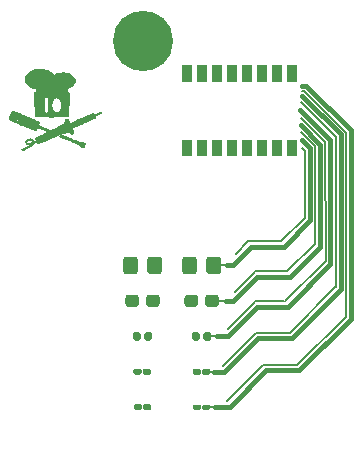
<source format=gbr>
G04 #@! TF.GenerationSoftware,KiCad,Pcbnew,5.1.9*
G04 #@! TF.CreationDate,2021-04-20T19:19:39+02:00*
G04 #@! TF.ProjectId,nibble++,6e696262-6c65-42b2-9b2e-6b696361645f,rev?*
G04 #@! TF.SameCoordinates,Original*
G04 #@! TF.FileFunction,Soldermask,Top*
G04 #@! TF.FilePolarity,Negative*
%FSLAX46Y46*%
G04 Gerber Fmt 4.6, Leading zero omitted, Abs format (unit mm)*
G04 Created by KiCad (PCBNEW 5.1.9) date 2021-04-20 19:19:39*
%MOMM*%
%LPD*%
G01*
G04 APERTURE LIST*
%ADD10C,0.203200*%
%ADD11C,0.381000*%
%ADD12C,0.010000*%
%ADD13C,5.101600*%
G04 APERTURE END LIST*
D10*
X113665000Y-88214200D02*
X113461800Y-88214200D01*
D11*
X113842800Y-87782400D02*
X113461800Y-87782400D01*
X107619800Y-102997000D02*
X107124500Y-102997000D01*
D10*
X107022900Y-106006900D02*
X106235500Y-106006900D01*
X106299000Y-109004100D02*
X105613200Y-109004100D01*
X106095800Y-114998500D02*
X105562400Y-114998500D01*
X106006900Y-112001300D02*
X105613200Y-112001300D01*
D11*
X106921300Y-112001300D02*
X106083100Y-112001300D01*
X114173000Y-93091000D02*
X113461800Y-92379800D01*
X114173000Y-99187000D02*
X114173000Y-93091000D01*
X111950500Y-101409500D02*
X114173000Y-99187000D01*
X109232700Y-101409500D02*
X111950500Y-101409500D01*
X107632500Y-102997000D02*
X109220000Y-101409500D01*
D10*
X106426000Y-102997000D02*
X107086400Y-102997000D01*
D11*
X107657900Y-106006900D02*
X107048300Y-106006900D01*
X109702600Y-103962200D02*
X107683300Y-105981500D01*
X112509300Y-103936800D02*
X109728000Y-103936800D01*
X115062000Y-101409500D02*
X112534700Y-103911400D01*
X115062000Y-92773500D02*
X115062000Y-101409500D01*
X113411000Y-91122500D02*
X115062000Y-92773500D01*
X115912900Y-92392500D02*
X113360200Y-89839800D01*
X115912900Y-102844600D02*
X115912900Y-92392500D01*
X112280700Y-106476800D02*
X115887500Y-102870000D01*
X109728000Y-106476800D02*
X112268000Y-106476800D01*
X107200700Y-109004100D02*
X109728000Y-106476800D01*
X107188000Y-109004100D02*
X106299000Y-109004100D01*
X116776500Y-91884500D02*
X113474500Y-88646000D01*
X116776500Y-104965500D02*
X116776500Y-91884500D01*
X112649000Y-109131100D02*
X116776500Y-104990900D01*
X109791500Y-109131100D02*
X112610900Y-109131100D01*
X106921300Y-112001300D02*
X109791500Y-109131100D01*
X117627400Y-91554300D02*
X113855500Y-87795100D01*
X117640100Y-107454700D02*
X117627400Y-91554300D01*
X113271300Y-111874300D02*
X117640100Y-107505500D01*
X110490000Y-111887000D02*
X113258600Y-111887000D01*
X107378500Y-114998500D02*
X110490000Y-111887000D01*
X106108500Y-114998500D02*
X107378500Y-114998500D01*
D10*
X117208300Y-91744800D02*
X113690400Y-88214200D01*
X117208300Y-107327700D02*
X117208300Y-91757500D01*
X113093500Y-111442500D02*
X117208300Y-107327700D01*
X110236000Y-111442500D02*
X113093500Y-111442500D01*
X107188000Y-114490500D02*
X110236000Y-111442500D01*
X109601000Y-108712000D02*
X106832400Y-111480600D01*
X112458500Y-108712000D02*
X109601000Y-108712000D01*
X116332000Y-104838500D02*
X112458500Y-108712000D01*
X116344700Y-92087700D02*
X116344700Y-104825800D01*
X113411000Y-89154000D02*
X116344700Y-92087700D01*
X115481100Y-92570300D02*
X113411000Y-90487500D01*
X115493800Y-102565200D02*
X115481100Y-92583000D01*
X112039400Y-106045000D02*
X115493800Y-102590600D01*
X109550200Y-106045000D02*
X112014000Y-106045000D01*
X109537500Y-106057700D02*
X107200700Y-108407200D01*
X114604800Y-92913200D02*
X113385600Y-91694000D01*
X114617500Y-101155500D02*
X114617500Y-92925900D01*
X112268000Y-103505000D02*
X114617500Y-101155500D01*
X109550200Y-103505000D02*
X112268000Y-103505000D01*
X109537500Y-103517700D02*
X107810300Y-105244900D01*
X108966000Y-100965000D02*
X107911900Y-102019100D01*
X113730000Y-93330000D02*
X113470000Y-93070000D01*
X113728500Y-98996500D02*
X113730000Y-93330000D01*
X111760000Y-100965000D02*
X113728500Y-98996500D01*
X108966000Y-100965000D02*
X111760000Y-100965000D01*
D12*
G36*
X96464330Y-90012944D02*
G01*
X96484970Y-90017138D01*
X96491943Y-90027148D01*
X96491989Y-90037022D01*
X96485614Y-90056742D01*
X96468264Y-90077551D01*
X96437680Y-90100819D01*
X96391603Y-90127918D01*
X96327771Y-90160220D01*
X96243924Y-90199097D01*
X96173227Y-90230468D01*
X96089163Y-90267787D01*
X96026243Y-90296962D01*
X95982001Y-90319321D01*
X95953970Y-90336189D01*
X95939685Y-90348893D01*
X95936533Y-90357766D01*
X95940305Y-90385492D01*
X95946729Y-90422535D01*
X95947377Y-90425920D01*
X95949751Y-90465400D01*
X95937568Y-90490001D01*
X95923277Y-90497843D01*
X95887412Y-90515015D01*
X95831739Y-90540727D01*
X95758023Y-90574190D01*
X95668030Y-90614617D01*
X95563526Y-90661218D01*
X95446276Y-90713205D01*
X95318046Y-90769789D01*
X95180602Y-90830182D01*
X95035709Y-90893595D01*
X94957226Y-90927843D01*
X94809656Y-90992288D01*
X94668986Y-91053945D01*
X94536938Y-91112048D01*
X94415233Y-91165827D01*
X94305594Y-91214514D01*
X94209741Y-91257342D01*
X94129397Y-91293542D01*
X94066283Y-91322346D01*
X94022121Y-91342986D01*
X93998632Y-91354695D01*
X93995150Y-91357045D01*
X93999848Y-91371621D01*
X94013017Y-91405190D01*
X94032900Y-91453455D01*
X94057744Y-91512116D01*
X94071678Y-91544467D01*
X94103491Y-91618963D01*
X94124675Y-91674170D01*
X94134899Y-91714060D01*
X94133828Y-91742605D01*
X94121131Y-91763779D01*
X94096473Y-91781554D01*
X94059522Y-91799902D01*
X94049891Y-91804328D01*
X93987668Y-91830949D01*
X93942914Y-91843962D01*
X93911138Y-91842596D01*
X93887849Y-91826084D01*
X93868557Y-91793657D01*
X93859192Y-91771698D01*
X93843619Y-91740116D01*
X93828482Y-91720526D01*
X93825210Y-91718506D01*
X93806958Y-91714656D01*
X93769423Y-91708774D01*
X93718590Y-91701750D01*
X93675774Y-91696319D01*
X93541340Y-91679889D01*
X93332450Y-91760043D01*
X93171112Y-91822549D01*
X92990697Y-91893520D01*
X92795445Y-91971252D01*
X92589595Y-92054041D01*
X92377386Y-92140184D01*
X92163060Y-92227976D01*
X91985203Y-92301455D01*
X91824798Y-92368041D01*
X91686257Y-92425593D01*
X91567906Y-92474722D01*
X91468071Y-92516040D01*
X91385076Y-92550155D01*
X91317248Y-92577678D01*
X91262911Y-92599221D01*
X91220391Y-92615393D01*
X91188013Y-92626805D01*
X91164103Y-92634067D01*
X91146986Y-92637790D01*
X91134987Y-92638583D01*
X91126432Y-92637059D01*
X91119646Y-92633826D01*
X91112954Y-92629496D01*
X91104682Y-92624679D01*
X91102013Y-92623398D01*
X91077186Y-92603283D01*
X91051895Y-92569531D01*
X91042760Y-92552856D01*
X91025496Y-92521320D01*
X91011488Y-92502907D01*
X91006709Y-92500756D01*
X90941057Y-92529429D01*
X90881265Y-92557781D01*
X90831431Y-92583650D01*
X90795653Y-92604871D01*
X90778028Y-92619284D01*
X90776891Y-92622058D01*
X90768769Y-92653825D01*
X90747333Y-92696802D01*
X90716973Y-92743933D01*
X90682082Y-92788165D01*
X90658074Y-92812926D01*
X90625583Y-92837262D01*
X90573055Y-92869798D01*
X90503888Y-92908839D01*
X90421478Y-92952688D01*
X90329223Y-92999649D01*
X90230521Y-93048026D01*
X90128768Y-93096123D01*
X90027362Y-93142243D01*
X89929700Y-93184691D01*
X89839179Y-93221771D01*
X89839054Y-93221821D01*
X89775298Y-93246951D01*
X89755821Y-93197367D01*
X89744398Y-93165856D01*
X89743799Y-93150037D01*
X89755089Y-93142110D01*
X89763753Y-93139221D01*
X89793139Y-93128217D01*
X89841626Y-93107954D01*
X89905373Y-93080167D01*
X89980541Y-93046589D01*
X90063289Y-93008955D01*
X90149778Y-92968999D01*
X90236168Y-92928455D01*
X90318619Y-92889057D01*
X90331723Y-92882717D01*
X90430001Y-92832864D01*
X90511036Y-92787151D01*
X90573296Y-92746607D01*
X90615253Y-92712262D01*
X90635375Y-92685146D01*
X90636981Y-92677197D01*
X90626115Y-92676025D01*
X90597452Y-92682686D01*
X90556890Y-92695763D01*
X90551308Y-92697766D01*
X90438532Y-92733985D01*
X90343588Y-92753728D01*
X90264736Y-92756768D01*
X90200237Y-92742882D01*
X90148351Y-92711844D01*
X90107340Y-92663429D01*
X90093240Y-92638455D01*
X90068718Y-92566109D01*
X90068346Y-92512744D01*
X90170104Y-92512744D01*
X90174403Y-92561941D01*
X90195791Y-92608034D01*
X90206245Y-92620819D01*
X90245842Y-92644421D01*
X90304122Y-92650924D01*
X90380938Y-92640332D01*
X90472426Y-92613932D01*
X90547598Y-92587776D01*
X90601740Y-92567684D01*
X90638008Y-92551837D01*
X90659559Y-92538417D01*
X90669549Y-92525605D01*
X90671134Y-92511585D01*
X90669080Y-92500667D01*
X90649181Y-92459614D01*
X90613070Y-92417354D01*
X90568165Y-92382097D01*
X90555171Y-92374673D01*
X90507912Y-92361009D01*
X90446381Y-92358532D01*
X90378742Y-92366439D01*
X90313160Y-92383928D01*
X90270668Y-92402615D01*
X90230603Y-92427876D01*
X90197701Y-92454668D01*
X90184276Y-92469947D01*
X90170104Y-92512744D01*
X90068346Y-92512744D01*
X90068234Y-92496742D01*
X90090415Y-92432149D01*
X90133887Y-92374126D01*
X90197279Y-92324468D01*
X90279216Y-92284971D01*
X90378327Y-92257429D01*
X90385680Y-92256031D01*
X90475581Y-92250856D01*
X90561183Y-92267443D01*
X90638306Y-92303685D01*
X90702768Y-92357473D01*
X90750388Y-92426701D01*
X90758213Y-92443851D01*
X90774643Y-92472486D01*
X90790483Y-92482330D01*
X90792720Y-92481795D01*
X90849853Y-92457825D01*
X90900474Y-92434787D01*
X90939853Y-92415006D01*
X90963260Y-92400806D01*
X90967677Y-92395803D01*
X90963023Y-92379197D01*
X90951145Y-92347871D01*
X90942239Y-92326456D01*
X90927198Y-92285516D01*
X90918069Y-92249384D01*
X90916800Y-92237077D01*
X90916708Y-92227822D01*
X90917131Y-92219173D01*
X90919121Y-92210598D01*
X90923728Y-92201563D01*
X90932002Y-92191535D01*
X90944996Y-92179980D01*
X90963758Y-92166366D01*
X90989341Y-92150159D01*
X91022795Y-92130826D01*
X91065170Y-92107833D01*
X91117517Y-92080647D01*
X91180888Y-92048735D01*
X91256333Y-92011563D01*
X91344902Y-91968599D01*
X91447646Y-91919308D01*
X91565616Y-91863158D01*
X91699864Y-91799616D01*
X91851438Y-91728147D01*
X92021392Y-91648219D01*
X92210774Y-91559299D01*
X92420636Y-91460852D01*
X92652028Y-91352347D01*
X92756158Y-91303519D01*
X93279091Y-91058303D01*
X93357134Y-90944923D01*
X93389113Y-90896742D01*
X93414751Y-90854838D01*
X93430993Y-90824408D01*
X93435178Y-90812043D01*
X93429586Y-90787770D01*
X93416029Y-90755535D01*
X93415064Y-90753648D01*
X93400651Y-90715651D01*
X93403303Y-90685086D01*
X93425258Y-90658307D01*
X93468755Y-90631670D01*
X93498677Y-90617536D01*
X93557293Y-90593060D01*
X93598364Y-90580777D01*
X93626300Y-90580036D01*
X93645512Y-90590184D01*
X93650155Y-90595158D01*
X93660320Y-90612670D01*
X93678342Y-90648852D01*
X93701985Y-90699026D01*
X93729014Y-90758511D01*
X93739788Y-90782764D01*
X93767072Y-90842565D01*
X93791679Y-90892770D01*
X93811501Y-90929353D01*
X93824429Y-90948288D01*
X93827368Y-90949997D01*
X93841314Y-90944460D01*
X93876113Y-90929759D01*
X93929322Y-90906952D01*
X93998497Y-90877095D01*
X94081197Y-90841243D01*
X94174978Y-90800452D01*
X94277398Y-90755779D01*
X94346628Y-90725518D01*
X94558031Y-90633030D01*
X94747365Y-90550206D01*
X94915874Y-90476525D01*
X95064799Y-90411467D01*
X95195385Y-90354512D01*
X95308873Y-90305141D01*
X95406507Y-90262834D01*
X95489529Y-90227071D01*
X95559182Y-90197332D01*
X95616709Y-90173097D01*
X95663352Y-90153847D01*
X95700355Y-90139062D01*
X95728959Y-90128221D01*
X95750409Y-90120806D01*
X95765946Y-90116296D01*
X95776813Y-90114172D01*
X95784254Y-90113913D01*
X95789511Y-90115000D01*
X95793826Y-90116913D01*
X95797434Y-90118688D01*
X95822529Y-90139465D01*
X95844143Y-90172186D01*
X95846275Y-90176960D01*
X95860740Y-90205661D01*
X95873178Y-90220767D01*
X95875279Y-90221448D01*
X95889582Y-90216501D01*
X95923427Y-90202700D01*
X95973149Y-90181603D01*
X96035083Y-90154770D01*
X96105562Y-90123760D01*
X96119951Y-90117376D01*
X96203844Y-90080533D01*
X96268716Y-90053260D01*
X96318514Y-90034193D01*
X96357188Y-90021971D01*
X96388686Y-90015233D01*
X96416955Y-90012616D01*
X96424161Y-90012444D01*
X96464330Y-90012944D01*
G37*
X96464330Y-90012944D02*
X96484970Y-90017138D01*
X96491943Y-90027148D01*
X96491989Y-90037022D01*
X96485614Y-90056742D01*
X96468264Y-90077551D01*
X96437680Y-90100819D01*
X96391603Y-90127918D01*
X96327771Y-90160220D01*
X96243924Y-90199097D01*
X96173227Y-90230468D01*
X96089163Y-90267787D01*
X96026243Y-90296962D01*
X95982001Y-90319321D01*
X95953970Y-90336189D01*
X95939685Y-90348893D01*
X95936533Y-90357766D01*
X95940305Y-90385492D01*
X95946729Y-90422535D01*
X95947377Y-90425920D01*
X95949751Y-90465400D01*
X95937568Y-90490001D01*
X95923277Y-90497843D01*
X95887412Y-90515015D01*
X95831739Y-90540727D01*
X95758023Y-90574190D01*
X95668030Y-90614617D01*
X95563526Y-90661218D01*
X95446276Y-90713205D01*
X95318046Y-90769789D01*
X95180602Y-90830182D01*
X95035709Y-90893595D01*
X94957226Y-90927843D01*
X94809656Y-90992288D01*
X94668986Y-91053945D01*
X94536938Y-91112048D01*
X94415233Y-91165827D01*
X94305594Y-91214514D01*
X94209741Y-91257342D01*
X94129397Y-91293542D01*
X94066283Y-91322346D01*
X94022121Y-91342986D01*
X93998632Y-91354695D01*
X93995150Y-91357045D01*
X93999848Y-91371621D01*
X94013017Y-91405190D01*
X94032900Y-91453455D01*
X94057744Y-91512116D01*
X94071678Y-91544467D01*
X94103491Y-91618963D01*
X94124675Y-91674170D01*
X94134899Y-91714060D01*
X94133828Y-91742605D01*
X94121131Y-91763779D01*
X94096473Y-91781554D01*
X94059522Y-91799902D01*
X94049891Y-91804328D01*
X93987668Y-91830949D01*
X93942914Y-91843962D01*
X93911138Y-91842596D01*
X93887849Y-91826084D01*
X93868557Y-91793657D01*
X93859192Y-91771698D01*
X93843619Y-91740116D01*
X93828482Y-91720526D01*
X93825210Y-91718506D01*
X93806958Y-91714656D01*
X93769423Y-91708774D01*
X93718590Y-91701750D01*
X93675774Y-91696319D01*
X93541340Y-91679889D01*
X93332450Y-91760043D01*
X93171112Y-91822549D01*
X92990697Y-91893520D01*
X92795445Y-91971252D01*
X92589595Y-92054041D01*
X92377386Y-92140184D01*
X92163060Y-92227976D01*
X91985203Y-92301455D01*
X91824798Y-92368041D01*
X91686257Y-92425593D01*
X91567906Y-92474722D01*
X91468071Y-92516040D01*
X91385076Y-92550155D01*
X91317248Y-92577678D01*
X91262911Y-92599221D01*
X91220391Y-92615393D01*
X91188013Y-92626805D01*
X91164103Y-92634067D01*
X91146986Y-92637790D01*
X91134987Y-92638583D01*
X91126432Y-92637059D01*
X91119646Y-92633826D01*
X91112954Y-92629496D01*
X91104682Y-92624679D01*
X91102013Y-92623398D01*
X91077186Y-92603283D01*
X91051895Y-92569531D01*
X91042760Y-92552856D01*
X91025496Y-92521320D01*
X91011488Y-92502907D01*
X91006709Y-92500756D01*
X90941057Y-92529429D01*
X90881265Y-92557781D01*
X90831431Y-92583650D01*
X90795653Y-92604871D01*
X90778028Y-92619284D01*
X90776891Y-92622058D01*
X90768769Y-92653825D01*
X90747333Y-92696802D01*
X90716973Y-92743933D01*
X90682082Y-92788165D01*
X90658074Y-92812926D01*
X90625583Y-92837262D01*
X90573055Y-92869798D01*
X90503888Y-92908839D01*
X90421478Y-92952688D01*
X90329223Y-92999649D01*
X90230521Y-93048026D01*
X90128768Y-93096123D01*
X90027362Y-93142243D01*
X89929700Y-93184691D01*
X89839179Y-93221771D01*
X89839054Y-93221821D01*
X89775298Y-93246951D01*
X89755821Y-93197367D01*
X89744398Y-93165856D01*
X89743799Y-93150037D01*
X89755089Y-93142110D01*
X89763753Y-93139221D01*
X89793139Y-93128217D01*
X89841626Y-93107954D01*
X89905373Y-93080167D01*
X89980541Y-93046589D01*
X90063289Y-93008955D01*
X90149778Y-92968999D01*
X90236168Y-92928455D01*
X90318619Y-92889057D01*
X90331723Y-92882717D01*
X90430001Y-92832864D01*
X90511036Y-92787151D01*
X90573296Y-92746607D01*
X90615253Y-92712262D01*
X90635375Y-92685146D01*
X90636981Y-92677197D01*
X90626115Y-92676025D01*
X90597452Y-92682686D01*
X90556890Y-92695763D01*
X90551308Y-92697766D01*
X90438532Y-92733985D01*
X90343588Y-92753728D01*
X90264736Y-92756768D01*
X90200237Y-92742882D01*
X90148351Y-92711844D01*
X90107340Y-92663429D01*
X90093240Y-92638455D01*
X90068718Y-92566109D01*
X90068346Y-92512744D01*
X90170104Y-92512744D01*
X90174403Y-92561941D01*
X90195791Y-92608034D01*
X90206245Y-92620819D01*
X90245842Y-92644421D01*
X90304122Y-92650924D01*
X90380938Y-92640332D01*
X90472426Y-92613932D01*
X90547598Y-92587776D01*
X90601740Y-92567684D01*
X90638008Y-92551837D01*
X90659559Y-92538417D01*
X90669549Y-92525605D01*
X90671134Y-92511585D01*
X90669080Y-92500667D01*
X90649181Y-92459614D01*
X90613070Y-92417354D01*
X90568165Y-92382097D01*
X90555171Y-92374673D01*
X90507912Y-92361009D01*
X90446381Y-92358532D01*
X90378742Y-92366439D01*
X90313160Y-92383928D01*
X90270668Y-92402615D01*
X90230603Y-92427876D01*
X90197701Y-92454668D01*
X90184276Y-92469947D01*
X90170104Y-92512744D01*
X90068346Y-92512744D01*
X90068234Y-92496742D01*
X90090415Y-92432149D01*
X90133887Y-92374126D01*
X90197279Y-92324468D01*
X90279216Y-92284971D01*
X90378327Y-92257429D01*
X90385680Y-92256031D01*
X90475581Y-92250856D01*
X90561183Y-92267443D01*
X90638306Y-92303685D01*
X90702768Y-92357473D01*
X90750388Y-92426701D01*
X90758213Y-92443851D01*
X90774643Y-92472486D01*
X90790483Y-92482330D01*
X90792720Y-92481795D01*
X90849853Y-92457825D01*
X90900474Y-92434787D01*
X90939853Y-92415006D01*
X90963260Y-92400806D01*
X90967677Y-92395803D01*
X90963023Y-92379197D01*
X90951145Y-92347871D01*
X90942239Y-92326456D01*
X90927198Y-92285516D01*
X90918069Y-92249384D01*
X90916800Y-92237077D01*
X90916708Y-92227822D01*
X90917131Y-92219173D01*
X90919121Y-92210598D01*
X90923728Y-92201563D01*
X90932002Y-92191535D01*
X90944996Y-92179980D01*
X90963758Y-92166366D01*
X90989341Y-92150159D01*
X91022795Y-92130826D01*
X91065170Y-92107833D01*
X91117517Y-92080647D01*
X91180888Y-92048735D01*
X91256333Y-92011563D01*
X91344902Y-91968599D01*
X91447646Y-91919308D01*
X91565616Y-91863158D01*
X91699864Y-91799616D01*
X91851438Y-91728147D01*
X92021392Y-91648219D01*
X92210774Y-91559299D01*
X92420636Y-91460852D01*
X92652028Y-91352347D01*
X92756158Y-91303519D01*
X93279091Y-91058303D01*
X93357134Y-90944923D01*
X93389113Y-90896742D01*
X93414751Y-90854838D01*
X93430993Y-90824408D01*
X93435178Y-90812043D01*
X93429586Y-90787770D01*
X93416029Y-90755535D01*
X93415064Y-90753648D01*
X93400651Y-90715651D01*
X93403303Y-90685086D01*
X93425258Y-90658307D01*
X93468755Y-90631670D01*
X93498677Y-90617536D01*
X93557293Y-90593060D01*
X93598364Y-90580777D01*
X93626300Y-90580036D01*
X93645512Y-90590184D01*
X93650155Y-90595158D01*
X93660320Y-90612670D01*
X93678342Y-90648852D01*
X93701985Y-90699026D01*
X93729014Y-90758511D01*
X93739788Y-90782764D01*
X93767072Y-90842565D01*
X93791679Y-90892770D01*
X93811501Y-90929353D01*
X93824429Y-90948288D01*
X93827368Y-90949997D01*
X93841314Y-90944460D01*
X93876113Y-90929759D01*
X93929322Y-90906952D01*
X93998497Y-90877095D01*
X94081197Y-90841243D01*
X94174978Y-90800452D01*
X94277398Y-90755779D01*
X94346628Y-90725518D01*
X94558031Y-90633030D01*
X94747365Y-90550206D01*
X94915874Y-90476525D01*
X95064799Y-90411467D01*
X95195385Y-90354512D01*
X95308873Y-90305141D01*
X95406507Y-90262834D01*
X95489529Y-90227071D01*
X95559182Y-90197332D01*
X95616709Y-90173097D01*
X95663352Y-90153847D01*
X95700355Y-90139062D01*
X95728959Y-90128221D01*
X95750409Y-90120806D01*
X95765946Y-90116296D01*
X95776813Y-90114172D01*
X95784254Y-90113913D01*
X95789511Y-90115000D01*
X95793826Y-90116913D01*
X95797434Y-90118688D01*
X95822529Y-90139465D01*
X95844143Y-90172186D01*
X95846275Y-90176960D01*
X95860740Y-90205661D01*
X95873178Y-90220767D01*
X95875279Y-90221448D01*
X95889582Y-90216501D01*
X95923427Y-90202700D01*
X95973149Y-90181603D01*
X96035083Y-90154770D01*
X96105562Y-90123760D01*
X96119951Y-90117376D01*
X96203844Y-90080533D01*
X96268716Y-90053260D01*
X96318514Y-90034193D01*
X96357188Y-90021971D01*
X96388686Y-90015233D01*
X96416955Y-90012616D01*
X96424161Y-90012444D01*
X96464330Y-90012944D01*
G36*
X93150241Y-91938986D02*
G01*
X93185548Y-91952537D01*
X93240252Y-91974106D01*
X93312288Y-92002864D01*
X93399592Y-92037980D01*
X93500099Y-92078623D01*
X93611745Y-92123964D01*
X93732467Y-92173171D01*
X93860200Y-92225414D01*
X93868813Y-92228943D01*
X94017453Y-92289805D01*
X94144521Y-92341680D01*
X94251961Y-92385284D01*
X94341717Y-92421332D01*
X94415731Y-92450538D01*
X94475947Y-92473620D01*
X94524310Y-92491292D01*
X94562762Y-92504269D01*
X94593246Y-92513268D01*
X94617707Y-92519003D01*
X94638088Y-92522191D01*
X94656332Y-92523546D01*
X94669744Y-92523790D01*
X94729903Y-92527146D01*
X94794865Y-92535538D01*
X94829394Y-92542323D01*
X94872170Y-92554089D01*
X94924659Y-92570945D01*
X94980737Y-92590619D01*
X95034282Y-92610836D01*
X95079168Y-92629322D01*
X95109273Y-92643802D01*
X95117341Y-92649264D01*
X95115852Y-92663129D01*
X95106456Y-92695143D01*
X95091165Y-92740028D01*
X95071993Y-92792509D01*
X95050952Y-92847309D01*
X95030055Y-92899151D01*
X95011315Y-92942761D01*
X94996745Y-92972861D01*
X94989932Y-92983239D01*
X94975305Y-92981931D01*
X94942618Y-92971553D01*
X94896826Y-92953866D01*
X94846996Y-92932478D01*
X94735852Y-92878638D01*
X94647314Y-92826526D01*
X94578774Y-92774501D01*
X94547372Y-92743953D01*
X94536438Y-92734235D01*
X94519368Y-92722728D01*
X94494519Y-92708707D01*
X94460249Y-92691447D01*
X94414918Y-92670223D01*
X94356881Y-92644311D01*
X94284499Y-92612986D01*
X94196128Y-92575522D01*
X94090126Y-92531195D01*
X93964853Y-92479280D01*
X93818665Y-92419052D01*
X93714272Y-92376178D01*
X93579125Y-92320737D01*
X93450513Y-92267997D01*
X93330434Y-92218776D01*
X93220882Y-92173892D01*
X93123856Y-92134162D01*
X93041350Y-92100404D01*
X92975363Y-92073435D01*
X92927890Y-92054071D01*
X92900928Y-92043132D01*
X92895704Y-92041054D01*
X92890216Y-92034620D01*
X92901692Y-92024490D01*
X92932400Y-92009366D01*
X92984609Y-91987953D01*
X92997200Y-91983046D01*
X93050300Y-91962935D01*
X93095025Y-91946857D01*
X93125815Y-91936760D01*
X93136393Y-91934284D01*
X93150241Y-91938986D01*
G37*
X93150241Y-91938986D02*
X93185548Y-91952537D01*
X93240252Y-91974106D01*
X93312288Y-92002864D01*
X93399592Y-92037980D01*
X93500099Y-92078623D01*
X93611745Y-92123964D01*
X93732467Y-92173171D01*
X93860200Y-92225414D01*
X93868813Y-92228943D01*
X94017453Y-92289805D01*
X94144521Y-92341680D01*
X94251961Y-92385284D01*
X94341717Y-92421332D01*
X94415731Y-92450538D01*
X94475947Y-92473620D01*
X94524310Y-92491292D01*
X94562762Y-92504269D01*
X94593246Y-92513268D01*
X94617707Y-92519003D01*
X94638088Y-92522191D01*
X94656332Y-92523546D01*
X94669744Y-92523790D01*
X94729903Y-92527146D01*
X94794865Y-92535538D01*
X94829394Y-92542323D01*
X94872170Y-92554089D01*
X94924659Y-92570945D01*
X94980737Y-92590619D01*
X95034282Y-92610836D01*
X95079168Y-92629322D01*
X95109273Y-92643802D01*
X95117341Y-92649264D01*
X95115852Y-92663129D01*
X95106456Y-92695143D01*
X95091165Y-92740028D01*
X95071993Y-92792509D01*
X95050952Y-92847309D01*
X95030055Y-92899151D01*
X95011315Y-92942761D01*
X94996745Y-92972861D01*
X94989932Y-92983239D01*
X94975305Y-92981931D01*
X94942618Y-92971553D01*
X94896826Y-92953866D01*
X94846996Y-92932478D01*
X94735852Y-92878638D01*
X94647314Y-92826526D01*
X94578774Y-92774501D01*
X94547372Y-92743953D01*
X94536438Y-92734235D01*
X94519368Y-92722728D01*
X94494519Y-92708707D01*
X94460249Y-92691447D01*
X94414918Y-92670223D01*
X94356881Y-92644311D01*
X94284499Y-92612986D01*
X94196128Y-92575522D01*
X94090126Y-92531195D01*
X93964853Y-92479280D01*
X93818665Y-92419052D01*
X93714272Y-92376178D01*
X93579125Y-92320737D01*
X93450513Y-92267997D01*
X93330434Y-92218776D01*
X93220882Y-92173892D01*
X93123856Y-92134162D01*
X93041350Y-92100404D01*
X92975363Y-92073435D01*
X92927890Y-92054071D01*
X92900928Y-92043132D01*
X92895704Y-92041054D01*
X92890216Y-92034620D01*
X92901692Y-92024490D01*
X92932400Y-92009366D01*
X92984609Y-91987953D01*
X92997200Y-91983046D01*
X93050300Y-91962935D01*
X93095025Y-91946857D01*
X93125815Y-91936760D01*
X93136393Y-91934284D01*
X93150241Y-91938986D01*
G36*
X89048368Y-89943347D02*
G01*
X89067603Y-89945387D01*
X89090545Y-89950071D01*
X89119371Y-89958168D01*
X89156264Y-89970447D01*
X89203404Y-89987677D01*
X89262971Y-90010626D01*
X89337144Y-90040065D01*
X89428105Y-90076761D01*
X89538034Y-90121484D01*
X89669112Y-90175003D01*
X89683086Y-90180713D01*
X89812261Y-90233486D01*
X89945206Y-90287785D01*
X90077873Y-90341957D01*
X90206214Y-90394349D01*
X90326181Y-90443310D01*
X90433726Y-90487188D01*
X90524800Y-90524328D01*
X90579745Y-90546721D01*
X90662873Y-90580795D01*
X90738617Y-90612239D01*
X90803652Y-90639640D01*
X90854655Y-90661586D01*
X90888303Y-90676667D01*
X90900902Y-90683126D01*
X90914783Y-90705336D01*
X90916800Y-90717919D01*
X90927023Y-90742134D01*
X90952148Y-90769621D01*
X90983863Y-90793256D01*
X91013855Y-90805913D01*
X91020161Y-90806526D01*
X91049020Y-90800783D01*
X91082895Y-90787061D01*
X91117098Y-90774909D01*
X91144326Y-90780344D01*
X91145567Y-90780993D01*
X91178774Y-90809272D01*
X91194107Y-90850115D01*
X91191666Y-90905251D01*
X91171552Y-90976409D01*
X91158829Y-91009144D01*
X91121038Y-91100788D01*
X91187447Y-91129658D01*
X91214497Y-91141086D01*
X91261968Y-91160780D01*
X91326710Y-91187448D01*
X91405571Y-91219797D01*
X91495398Y-91256533D01*
X91593040Y-91296364D01*
X91689159Y-91335481D01*
X91787890Y-91375806D01*
X91878791Y-91413298D01*
X91959259Y-91446857D01*
X92026691Y-91475380D01*
X92078485Y-91497767D01*
X92112037Y-91512916D01*
X92124745Y-91519724D01*
X92124788Y-91519838D01*
X92114010Y-91527624D01*
X92084678Y-91542730D01*
X92041730Y-91562720D01*
X92006857Y-91578037D01*
X91888600Y-91628832D01*
X91475835Y-91459351D01*
X91379472Y-91419987D01*
X91290529Y-91384045D01*
X91211748Y-91352603D01*
X91145866Y-91326736D01*
X91095625Y-91307522D01*
X91063765Y-91296038D01*
X91053133Y-91293172D01*
X91043875Y-91305594D01*
X91027771Y-91335866D01*
X91007741Y-91378347D01*
X90999887Y-91396101D01*
X90977265Y-91444093D01*
X90955178Y-91484141D01*
X90937476Y-91509447D01*
X90933510Y-91513215D01*
X90901985Y-91527528D01*
X90865164Y-91531404D01*
X90831101Y-91525816D01*
X90807853Y-91511736D01*
X90802329Y-91497377D01*
X90793892Y-91477115D01*
X90772876Y-91449637D01*
X90765150Y-91441502D01*
X90721486Y-91411345D01*
X90673986Y-91405903D01*
X90632030Y-91418714D01*
X90627239Y-91421398D01*
X90623324Y-91423902D01*
X90618889Y-91425687D01*
X90612539Y-91426216D01*
X90602877Y-91424949D01*
X90588508Y-91421348D01*
X90568037Y-91414874D01*
X90540068Y-91404989D01*
X90503205Y-91391155D01*
X90456052Y-91372832D01*
X90397214Y-91349483D01*
X90325295Y-91320569D01*
X90238900Y-91285551D01*
X90136633Y-91243890D01*
X90017098Y-91195049D01*
X89878899Y-91138489D01*
X89720642Y-91073670D01*
X89540929Y-91000056D01*
X89441686Y-90959411D01*
X89275649Y-90891079D01*
X89133016Y-90831647D01*
X89013420Y-90780955D01*
X88916495Y-90738842D01*
X88841876Y-90705148D01*
X88789194Y-90679712D01*
X88758085Y-90662374D01*
X88750511Y-90656696D01*
X88715393Y-90615497D01*
X88686778Y-90567700D01*
X88669413Y-90522221D01*
X88669325Y-90521533D01*
X88939319Y-90521533D01*
X88944989Y-90538853D01*
X88958204Y-90546344D01*
X88992759Y-90562403D01*
X89046398Y-90586101D01*
X89116861Y-90616510D01*
X89201892Y-90652700D01*
X89299231Y-90693744D01*
X89406621Y-90738714D01*
X89521804Y-90786680D01*
X89642521Y-90836713D01*
X89766515Y-90887887D01*
X89891526Y-90939271D01*
X90015299Y-90989939D01*
X90135573Y-91038960D01*
X90250092Y-91085406D01*
X90356596Y-91128350D01*
X90452828Y-91166862D01*
X90536531Y-91200015D01*
X90605445Y-91226879D01*
X90657312Y-91246526D01*
X90689875Y-91258027D01*
X90700576Y-91260731D01*
X90715521Y-91247174D01*
X90719655Y-91227142D01*
X90718473Y-91220871D01*
X90713880Y-91213980D01*
X90704301Y-91205770D01*
X90688161Y-91195541D01*
X90663887Y-91182593D01*
X90629904Y-91166226D01*
X90584638Y-91145740D01*
X90526515Y-91120435D01*
X90453960Y-91089611D01*
X90365399Y-91052569D01*
X90259259Y-91008608D01*
X90133965Y-90957028D01*
X89987942Y-90897130D01*
X89854757Y-90842594D01*
X89713796Y-90785015D01*
X89579415Y-90730344D01*
X89453511Y-90679339D01*
X89337979Y-90632758D01*
X89234716Y-90591357D01*
X89145618Y-90555896D01*
X89072580Y-90527132D01*
X89017498Y-90505822D01*
X88982270Y-90492725D01*
X88968962Y-90488579D01*
X88946704Y-90498522D01*
X88939319Y-90521533D01*
X88669325Y-90521533D01*
X88666389Y-90498595D01*
X88671418Y-90478215D01*
X88684926Y-90438551D01*
X88705375Y-90383706D01*
X88731233Y-90317780D01*
X88760962Y-90244876D01*
X88762411Y-90241393D01*
X88881748Y-90241393D01*
X88889251Y-90266276D01*
X88910386Y-90270982D01*
X88943092Y-90255357D01*
X88954592Y-90246887D01*
X88995484Y-90227180D01*
X89034524Y-90221448D01*
X89048701Y-90223594D01*
X89073057Y-90230300D01*
X89108607Y-90241967D01*
X89156367Y-90258999D01*
X89217353Y-90281797D01*
X89292582Y-90310763D01*
X89383069Y-90346300D01*
X89489830Y-90388810D01*
X89613881Y-90438696D01*
X89756237Y-90496358D01*
X89917916Y-90562200D01*
X90099932Y-90636624D01*
X90303302Y-90720032D01*
X90529042Y-90812826D01*
X90547947Y-90820605D01*
X90626580Y-90852509D01*
X90698021Y-90880637D01*
X90758713Y-90903656D01*
X90805095Y-90920234D01*
X90833607Y-90929039D01*
X90840486Y-90930072D01*
X90855421Y-90916514D01*
X90859565Y-90896632D01*
X90858188Y-90888991D01*
X90852750Y-90880872D01*
X90841284Y-90871362D01*
X90821827Y-90859547D01*
X90792412Y-90844515D01*
X90751077Y-90825352D01*
X90695855Y-90801146D01*
X90624782Y-90770984D01*
X90535893Y-90733951D01*
X90427223Y-90689135D01*
X90306285Y-90639507D01*
X90110536Y-90559297D01*
X89936908Y-90488203D01*
X89783987Y-90425683D01*
X89650358Y-90371197D01*
X89534609Y-90324202D01*
X89435325Y-90284158D01*
X89351094Y-90250523D01*
X89280500Y-90222757D01*
X89222132Y-90200318D01*
X89174574Y-90182665D01*
X89136414Y-90169256D01*
X89106237Y-90159552D01*
X89082630Y-90153009D01*
X89064180Y-90149088D01*
X89049472Y-90147246D01*
X89037094Y-90146943D01*
X89025631Y-90147638D01*
X89022293Y-90147947D01*
X88967196Y-90159964D01*
X88921822Y-90182442D01*
X88891574Y-90211790D01*
X88881748Y-90241393D01*
X88762411Y-90241393D01*
X88764962Y-90235265D01*
X88802557Y-90146252D01*
X88833227Y-90078021D01*
X88859410Y-90027703D01*
X88883544Y-89992430D01*
X88908068Y-89969330D01*
X88935418Y-89955534D01*
X88968032Y-89948173D01*
X89008349Y-89944377D01*
X89012292Y-89944121D01*
X89030657Y-89943181D01*
X89048368Y-89943347D01*
G37*
X89048368Y-89943347D02*
X89067603Y-89945387D01*
X89090545Y-89950071D01*
X89119371Y-89958168D01*
X89156264Y-89970447D01*
X89203404Y-89987677D01*
X89262971Y-90010626D01*
X89337144Y-90040065D01*
X89428105Y-90076761D01*
X89538034Y-90121484D01*
X89669112Y-90175003D01*
X89683086Y-90180713D01*
X89812261Y-90233486D01*
X89945206Y-90287785D01*
X90077873Y-90341957D01*
X90206214Y-90394349D01*
X90326181Y-90443310D01*
X90433726Y-90487188D01*
X90524800Y-90524328D01*
X90579745Y-90546721D01*
X90662873Y-90580795D01*
X90738617Y-90612239D01*
X90803652Y-90639640D01*
X90854655Y-90661586D01*
X90888303Y-90676667D01*
X90900902Y-90683126D01*
X90914783Y-90705336D01*
X90916800Y-90717919D01*
X90927023Y-90742134D01*
X90952148Y-90769621D01*
X90983863Y-90793256D01*
X91013855Y-90805913D01*
X91020161Y-90806526D01*
X91049020Y-90800783D01*
X91082895Y-90787061D01*
X91117098Y-90774909D01*
X91144326Y-90780344D01*
X91145567Y-90780993D01*
X91178774Y-90809272D01*
X91194107Y-90850115D01*
X91191666Y-90905251D01*
X91171552Y-90976409D01*
X91158829Y-91009144D01*
X91121038Y-91100788D01*
X91187447Y-91129658D01*
X91214497Y-91141086D01*
X91261968Y-91160780D01*
X91326710Y-91187448D01*
X91405571Y-91219797D01*
X91495398Y-91256533D01*
X91593040Y-91296364D01*
X91689159Y-91335481D01*
X91787890Y-91375806D01*
X91878791Y-91413298D01*
X91959259Y-91446857D01*
X92026691Y-91475380D01*
X92078485Y-91497767D01*
X92112037Y-91512916D01*
X92124745Y-91519724D01*
X92124788Y-91519838D01*
X92114010Y-91527624D01*
X92084678Y-91542730D01*
X92041730Y-91562720D01*
X92006857Y-91578037D01*
X91888600Y-91628832D01*
X91475835Y-91459351D01*
X91379472Y-91419987D01*
X91290529Y-91384045D01*
X91211748Y-91352603D01*
X91145866Y-91326736D01*
X91095625Y-91307522D01*
X91063765Y-91296038D01*
X91053133Y-91293172D01*
X91043875Y-91305594D01*
X91027771Y-91335866D01*
X91007741Y-91378347D01*
X90999887Y-91396101D01*
X90977265Y-91444093D01*
X90955178Y-91484141D01*
X90937476Y-91509447D01*
X90933510Y-91513215D01*
X90901985Y-91527528D01*
X90865164Y-91531404D01*
X90831101Y-91525816D01*
X90807853Y-91511736D01*
X90802329Y-91497377D01*
X90793892Y-91477115D01*
X90772876Y-91449637D01*
X90765150Y-91441502D01*
X90721486Y-91411345D01*
X90673986Y-91405903D01*
X90632030Y-91418714D01*
X90627239Y-91421398D01*
X90623324Y-91423902D01*
X90618889Y-91425687D01*
X90612539Y-91426216D01*
X90602877Y-91424949D01*
X90588508Y-91421348D01*
X90568037Y-91414874D01*
X90540068Y-91404989D01*
X90503205Y-91391155D01*
X90456052Y-91372832D01*
X90397214Y-91349483D01*
X90325295Y-91320569D01*
X90238900Y-91285551D01*
X90136633Y-91243890D01*
X90017098Y-91195049D01*
X89878899Y-91138489D01*
X89720642Y-91073670D01*
X89540929Y-91000056D01*
X89441686Y-90959411D01*
X89275649Y-90891079D01*
X89133016Y-90831647D01*
X89013420Y-90780955D01*
X88916495Y-90738842D01*
X88841876Y-90705148D01*
X88789194Y-90679712D01*
X88758085Y-90662374D01*
X88750511Y-90656696D01*
X88715393Y-90615497D01*
X88686778Y-90567700D01*
X88669413Y-90522221D01*
X88669325Y-90521533D01*
X88939319Y-90521533D01*
X88944989Y-90538853D01*
X88958204Y-90546344D01*
X88992759Y-90562403D01*
X89046398Y-90586101D01*
X89116861Y-90616510D01*
X89201892Y-90652700D01*
X89299231Y-90693744D01*
X89406621Y-90738714D01*
X89521804Y-90786680D01*
X89642521Y-90836713D01*
X89766515Y-90887887D01*
X89891526Y-90939271D01*
X90015299Y-90989939D01*
X90135573Y-91038960D01*
X90250092Y-91085406D01*
X90356596Y-91128350D01*
X90452828Y-91166862D01*
X90536531Y-91200015D01*
X90605445Y-91226879D01*
X90657312Y-91246526D01*
X90689875Y-91258027D01*
X90700576Y-91260731D01*
X90715521Y-91247174D01*
X90719655Y-91227142D01*
X90718473Y-91220871D01*
X90713880Y-91213980D01*
X90704301Y-91205770D01*
X90688161Y-91195541D01*
X90663887Y-91182593D01*
X90629904Y-91166226D01*
X90584638Y-91145740D01*
X90526515Y-91120435D01*
X90453960Y-91089611D01*
X90365399Y-91052569D01*
X90259259Y-91008608D01*
X90133965Y-90957028D01*
X89987942Y-90897130D01*
X89854757Y-90842594D01*
X89713796Y-90785015D01*
X89579415Y-90730344D01*
X89453511Y-90679339D01*
X89337979Y-90632758D01*
X89234716Y-90591357D01*
X89145618Y-90555896D01*
X89072580Y-90527132D01*
X89017498Y-90505822D01*
X88982270Y-90492725D01*
X88968962Y-90488579D01*
X88946704Y-90498522D01*
X88939319Y-90521533D01*
X88669325Y-90521533D01*
X88666389Y-90498595D01*
X88671418Y-90478215D01*
X88684926Y-90438551D01*
X88705375Y-90383706D01*
X88731233Y-90317780D01*
X88760962Y-90244876D01*
X88762411Y-90241393D01*
X88881748Y-90241393D01*
X88889251Y-90266276D01*
X88910386Y-90270982D01*
X88943092Y-90255357D01*
X88954592Y-90246887D01*
X88995484Y-90227180D01*
X89034524Y-90221448D01*
X89048701Y-90223594D01*
X89073057Y-90230300D01*
X89108607Y-90241967D01*
X89156367Y-90258999D01*
X89217353Y-90281797D01*
X89292582Y-90310763D01*
X89383069Y-90346300D01*
X89489830Y-90388810D01*
X89613881Y-90438696D01*
X89756237Y-90496358D01*
X89917916Y-90562200D01*
X90099932Y-90636624D01*
X90303302Y-90720032D01*
X90529042Y-90812826D01*
X90547947Y-90820605D01*
X90626580Y-90852509D01*
X90698021Y-90880637D01*
X90758713Y-90903656D01*
X90805095Y-90920234D01*
X90833607Y-90929039D01*
X90840486Y-90930072D01*
X90855421Y-90916514D01*
X90859565Y-90896632D01*
X90858188Y-90888991D01*
X90852750Y-90880872D01*
X90841284Y-90871362D01*
X90821827Y-90859547D01*
X90792412Y-90844515D01*
X90751077Y-90825352D01*
X90695855Y-90801146D01*
X90624782Y-90770984D01*
X90535893Y-90733951D01*
X90427223Y-90689135D01*
X90306285Y-90639507D01*
X90110536Y-90559297D01*
X89936908Y-90488203D01*
X89783987Y-90425683D01*
X89650358Y-90371197D01*
X89534609Y-90324202D01*
X89435325Y-90284158D01*
X89351094Y-90250523D01*
X89280500Y-90222757D01*
X89222132Y-90200318D01*
X89174574Y-90182665D01*
X89136414Y-90169256D01*
X89106237Y-90159552D01*
X89082630Y-90153009D01*
X89064180Y-90149088D01*
X89049472Y-90147246D01*
X89037094Y-90146943D01*
X89025631Y-90147638D01*
X89022293Y-90147947D01*
X88967196Y-90159964D01*
X88921822Y-90182442D01*
X88891574Y-90211790D01*
X88881748Y-90241393D01*
X88762411Y-90241393D01*
X88764962Y-90235265D01*
X88802557Y-90146252D01*
X88833227Y-90078021D01*
X88859410Y-90027703D01*
X88883544Y-89992430D01*
X88908068Y-89969330D01*
X88935418Y-89955534D01*
X88968032Y-89948173D01*
X89008349Y-89944377D01*
X89012292Y-89944121D01*
X89030657Y-89943181D01*
X89048368Y-89943347D01*
G36*
X91422705Y-86353740D02*
G01*
X91545969Y-86366665D01*
X91616350Y-86379072D01*
X91771152Y-86420414D01*
X91920674Y-86476478D01*
X92057287Y-86544183D01*
X92120040Y-86582537D01*
X92220081Y-86655776D01*
X92305695Y-86735732D01*
X92384065Y-86829609D01*
X92427183Y-86890527D01*
X92478044Y-86957824D01*
X92528065Y-87008705D01*
X92551102Y-87026250D01*
X92597953Y-87051890D01*
X92646077Y-87069462D01*
X92688718Y-87077300D01*
X92719118Y-87073741D01*
X92725818Y-87069296D01*
X92734324Y-87047524D01*
X92723191Y-87027380D01*
X92697476Y-87016595D01*
X92691103Y-87016241D01*
X92630478Y-87003827D01*
X92569735Y-86967524D01*
X92527141Y-86927119D01*
X92502571Y-86898848D01*
X92490876Y-86878386D01*
X92494167Y-86861518D01*
X92514556Y-86844028D01*
X92554154Y-86821698D01*
X92588909Y-86803764D01*
X92737487Y-86740602D01*
X92899867Y-86694942D01*
X93071081Y-86667116D01*
X93246161Y-86657455D01*
X93420140Y-86666292D01*
X93588050Y-86693959D01*
X93711472Y-86728776D01*
X93849153Y-86784742D01*
X93968717Y-86851615D01*
X94069509Y-86927776D01*
X94150874Y-87011607D01*
X94212155Y-87101488D01*
X94252697Y-87195801D01*
X94271845Y-87292926D01*
X94268943Y-87391245D01*
X94243334Y-87489138D01*
X94194364Y-87584986D01*
X94121377Y-87677170D01*
X94103072Y-87695780D01*
X94009482Y-87774553D01*
X93901915Y-87843072D01*
X93786825Y-87898233D01*
X93670664Y-87936933D01*
X93562369Y-87955866D01*
X93513375Y-87960693D01*
X93484610Y-87966249D01*
X93470889Y-87974349D01*
X93467026Y-87986808D01*
X93466976Y-87989250D01*
X93470610Y-88004514D01*
X93485541Y-88013043D01*
X93517813Y-88017485D01*
X93533751Y-88018533D01*
X93600526Y-88022377D01*
X93600526Y-88339025D01*
X93663412Y-88339025D01*
X93712446Y-88343405D01*
X93747627Y-88358613D01*
X93759254Y-88367643D01*
X93792211Y-88396261D01*
X93740090Y-89337473D01*
X93729622Y-89524691D01*
X93720266Y-89687899D01*
X93711922Y-89828498D01*
X93704486Y-89947886D01*
X93697858Y-90047464D01*
X93691937Y-90128630D01*
X93686620Y-90192786D01*
X93681807Y-90241329D01*
X93677395Y-90275661D01*
X93673283Y-90297180D01*
X93669782Y-90306708D01*
X93643726Y-90329242D01*
X93610162Y-90341446D01*
X93571398Y-90346097D01*
X93511314Y-90351234D01*
X93434017Y-90356631D01*
X93343615Y-90362062D01*
X93244214Y-90367302D01*
X93139923Y-90372123D01*
X93034848Y-90376301D01*
X92933098Y-90379608D01*
X92900977Y-90380470D01*
X92744369Y-90384315D01*
X92609080Y-90387357D01*
X92491004Y-90389616D01*
X92386034Y-90391117D01*
X92290066Y-90391882D01*
X92198992Y-90391933D01*
X92108707Y-90391294D01*
X92015105Y-90389987D01*
X91914080Y-90388035D01*
X91838934Y-90386348D01*
X91692792Y-90382420D01*
X91552954Y-90377674D01*
X91421814Y-90372251D01*
X91301766Y-90366296D01*
X91195205Y-90359949D01*
X91104524Y-90353353D01*
X91032119Y-90346651D01*
X90980383Y-90339986D01*
X90951862Y-90333558D01*
X90922504Y-90312763D01*
X90905725Y-90274495D01*
X90905601Y-90273996D01*
X90902983Y-90253609D01*
X90899188Y-90210047D01*
X90894359Y-90145539D01*
X90888640Y-90062313D01*
X90882173Y-89962598D01*
X90875102Y-89848624D01*
X90867568Y-89722619D01*
X90862826Y-89640588D01*
X91654507Y-89640588D01*
X91654645Y-89748659D01*
X91655163Y-89834139D01*
X91656211Y-89899872D01*
X91657944Y-89948705D01*
X91660513Y-89983483D01*
X91664072Y-90007052D01*
X91668773Y-90022256D01*
X91674769Y-90031942D01*
X91675557Y-90032841D01*
X91689601Y-90043970D01*
X91710939Y-90050958D01*
X91745010Y-90054684D01*
X91797257Y-90056029D01*
X91819395Y-90056100D01*
X91889137Y-90054404D01*
X91936479Y-90049084D01*
X91964246Y-90039795D01*
X91966873Y-90038055D01*
X91972602Y-90032988D01*
X91977391Y-90025429D01*
X91981341Y-90013179D01*
X91984553Y-89994037D01*
X91987127Y-89965802D01*
X91989165Y-89926276D01*
X91990767Y-89873256D01*
X91992034Y-89804544D01*
X91993067Y-89717938D01*
X91993968Y-89611239D01*
X91994835Y-89482246D01*
X91995223Y-89419533D01*
X91995255Y-89413787D01*
X92285609Y-89413787D01*
X92290356Y-89529104D01*
X92306134Y-89629080D01*
X92334758Y-89722085D01*
X92369219Y-89799278D01*
X92404391Y-89856451D01*
X92450579Y-89913537D01*
X92502094Y-89964848D01*
X92553245Y-90004697D01*
X92597070Y-90026999D01*
X92682739Y-90042059D01*
X92768278Y-90034267D01*
X92833827Y-90010972D01*
X92912968Y-89957843D01*
X92980859Y-89884970D01*
X93036732Y-89795787D01*
X93079817Y-89693732D01*
X93109346Y-89582237D01*
X93124550Y-89464738D01*
X93124660Y-89344670D01*
X93108908Y-89225469D01*
X93076524Y-89110568D01*
X93049623Y-89046844D01*
X92997898Y-88954944D01*
X92940357Y-88884341D01*
X92873484Y-88830997D01*
X92849048Y-88816645D01*
X92767894Y-88785456D01*
X92686466Y-88779306D01*
X92606276Y-88797856D01*
X92528836Y-88840769D01*
X92459418Y-88903549D01*
X92387282Y-88999000D01*
X92334861Y-89106574D01*
X92301513Y-89228154D01*
X92286596Y-89365626D01*
X92285609Y-89413787D01*
X91995255Y-89413787D01*
X91996016Y-89279552D01*
X91996497Y-89162805D01*
X91996602Y-89067090D01*
X91996268Y-88990205D01*
X91995433Y-88929946D01*
X91994033Y-88884111D01*
X91992006Y-88850497D01*
X91989287Y-88826902D01*
X91985815Y-88811123D01*
X91981526Y-88800958D01*
X91977353Y-88795264D01*
X91963457Y-88783986D01*
X91942852Y-88776874D01*
X91910077Y-88773038D01*
X91859674Y-88771586D01*
X91831511Y-88771474D01*
X91765740Y-88772780D01*
X91721760Y-88776998D01*
X91696041Y-88784571D01*
X91689262Y-88789412D01*
X91681435Y-88810313D01*
X91674555Y-88856031D01*
X91668645Y-88925962D01*
X91663730Y-89019502D01*
X91659835Y-89136047D01*
X91656984Y-89274991D01*
X91655203Y-89435732D01*
X91654515Y-89617664D01*
X91654507Y-89640588D01*
X90862826Y-89640588D01*
X90859717Y-89586812D01*
X90851689Y-89443431D01*
X90847981Y-89375630D01*
X90839968Y-89229061D01*
X90832182Y-89088688D01*
X90824757Y-88956787D01*
X90817825Y-88835631D01*
X90811520Y-88727497D01*
X90805975Y-88634658D01*
X90801324Y-88559389D01*
X90797700Y-88503967D01*
X90795236Y-88470664D01*
X90794550Y-88463577D01*
X90791931Y-88424123D01*
X90798082Y-88398333D01*
X90816039Y-88375090D01*
X90819710Y-88371364D01*
X90842539Y-88352567D01*
X90868713Y-88342767D01*
X90907346Y-88339266D01*
X90928941Y-88339025D01*
X91005834Y-88339025D01*
X91005834Y-88090508D01*
X91102325Y-88095381D01*
X91159221Y-88096194D01*
X91197850Y-88092307D01*
X91212981Y-88086089D01*
X91221044Y-88072017D01*
X91212489Y-88060548D01*
X91185104Y-88050898D01*
X91136679Y-88042285D01*
X91066124Y-88034037D01*
X90885643Y-88006358D01*
X90717215Y-87961702D01*
X90562569Y-87901074D01*
X90423434Y-87825472D01*
X90301538Y-87735901D01*
X90198610Y-87633360D01*
X90116379Y-87518851D01*
X90088525Y-87467622D01*
X90063718Y-87415896D01*
X90047664Y-87375469D01*
X90038087Y-87337200D01*
X90032713Y-87291949D01*
X90029269Y-87230574D01*
X90029208Y-87229218D01*
X90027199Y-87165190D01*
X90028546Y-87117641D01*
X90034275Y-87077722D01*
X90045414Y-87036579D01*
X90054806Y-87008533D01*
X90109862Y-86888383D01*
X90187650Y-86777023D01*
X90286652Y-86675561D01*
X90405349Y-86585108D01*
X90542223Y-86506771D01*
X90695753Y-86441660D01*
X90864423Y-86390884D01*
X90917125Y-86378747D01*
X91028397Y-86360981D01*
X91155418Y-86350894D01*
X91289687Y-86348482D01*
X91422705Y-86353740D01*
G37*
X91422705Y-86353740D02*
X91545969Y-86366665D01*
X91616350Y-86379072D01*
X91771152Y-86420414D01*
X91920674Y-86476478D01*
X92057287Y-86544183D01*
X92120040Y-86582537D01*
X92220081Y-86655776D01*
X92305695Y-86735732D01*
X92384065Y-86829609D01*
X92427183Y-86890527D01*
X92478044Y-86957824D01*
X92528065Y-87008705D01*
X92551102Y-87026250D01*
X92597953Y-87051890D01*
X92646077Y-87069462D01*
X92688718Y-87077300D01*
X92719118Y-87073741D01*
X92725818Y-87069296D01*
X92734324Y-87047524D01*
X92723191Y-87027380D01*
X92697476Y-87016595D01*
X92691103Y-87016241D01*
X92630478Y-87003827D01*
X92569735Y-86967524D01*
X92527141Y-86927119D01*
X92502571Y-86898848D01*
X92490876Y-86878386D01*
X92494167Y-86861518D01*
X92514556Y-86844028D01*
X92554154Y-86821698D01*
X92588909Y-86803764D01*
X92737487Y-86740602D01*
X92899867Y-86694942D01*
X93071081Y-86667116D01*
X93246161Y-86657455D01*
X93420140Y-86666292D01*
X93588050Y-86693959D01*
X93711472Y-86728776D01*
X93849153Y-86784742D01*
X93968717Y-86851615D01*
X94069509Y-86927776D01*
X94150874Y-87011607D01*
X94212155Y-87101488D01*
X94252697Y-87195801D01*
X94271845Y-87292926D01*
X94268943Y-87391245D01*
X94243334Y-87489138D01*
X94194364Y-87584986D01*
X94121377Y-87677170D01*
X94103072Y-87695780D01*
X94009482Y-87774553D01*
X93901915Y-87843072D01*
X93786825Y-87898233D01*
X93670664Y-87936933D01*
X93562369Y-87955866D01*
X93513375Y-87960693D01*
X93484610Y-87966249D01*
X93470889Y-87974349D01*
X93467026Y-87986808D01*
X93466976Y-87989250D01*
X93470610Y-88004514D01*
X93485541Y-88013043D01*
X93517813Y-88017485D01*
X93533751Y-88018533D01*
X93600526Y-88022377D01*
X93600526Y-88339025D01*
X93663412Y-88339025D01*
X93712446Y-88343405D01*
X93747627Y-88358613D01*
X93759254Y-88367643D01*
X93792211Y-88396261D01*
X93740090Y-89337473D01*
X93729622Y-89524691D01*
X93720266Y-89687899D01*
X93711922Y-89828498D01*
X93704486Y-89947886D01*
X93697858Y-90047464D01*
X93691937Y-90128630D01*
X93686620Y-90192786D01*
X93681807Y-90241329D01*
X93677395Y-90275661D01*
X93673283Y-90297180D01*
X93669782Y-90306708D01*
X93643726Y-90329242D01*
X93610162Y-90341446D01*
X93571398Y-90346097D01*
X93511314Y-90351234D01*
X93434017Y-90356631D01*
X93343615Y-90362062D01*
X93244214Y-90367302D01*
X93139923Y-90372123D01*
X93034848Y-90376301D01*
X92933098Y-90379608D01*
X92900977Y-90380470D01*
X92744369Y-90384315D01*
X92609080Y-90387357D01*
X92491004Y-90389616D01*
X92386034Y-90391117D01*
X92290066Y-90391882D01*
X92198992Y-90391933D01*
X92108707Y-90391294D01*
X92015105Y-90389987D01*
X91914080Y-90388035D01*
X91838934Y-90386348D01*
X91692792Y-90382420D01*
X91552954Y-90377674D01*
X91421814Y-90372251D01*
X91301766Y-90366296D01*
X91195205Y-90359949D01*
X91104524Y-90353353D01*
X91032119Y-90346651D01*
X90980383Y-90339986D01*
X90951862Y-90333558D01*
X90922504Y-90312763D01*
X90905725Y-90274495D01*
X90905601Y-90273996D01*
X90902983Y-90253609D01*
X90899188Y-90210047D01*
X90894359Y-90145539D01*
X90888640Y-90062313D01*
X90882173Y-89962598D01*
X90875102Y-89848624D01*
X90867568Y-89722619D01*
X90862826Y-89640588D01*
X91654507Y-89640588D01*
X91654645Y-89748659D01*
X91655163Y-89834139D01*
X91656211Y-89899872D01*
X91657944Y-89948705D01*
X91660513Y-89983483D01*
X91664072Y-90007052D01*
X91668773Y-90022256D01*
X91674769Y-90031942D01*
X91675557Y-90032841D01*
X91689601Y-90043970D01*
X91710939Y-90050958D01*
X91745010Y-90054684D01*
X91797257Y-90056029D01*
X91819395Y-90056100D01*
X91889137Y-90054404D01*
X91936479Y-90049084D01*
X91964246Y-90039795D01*
X91966873Y-90038055D01*
X91972602Y-90032988D01*
X91977391Y-90025429D01*
X91981341Y-90013179D01*
X91984553Y-89994037D01*
X91987127Y-89965802D01*
X91989165Y-89926276D01*
X91990767Y-89873256D01*
X91992034Y-89804544D01*
X91993067Y-89717938D01*
X91993968Y-89611239D01*
X91994835Y-89482246D01*
X91995223Y-89419533D01*
X91995255Y-89413787D01*
X92285609Y-89413787D01*
X92290356Y-89529104D01*
X92306134Y-89629080D01*
X92334758Y-89722085D01*
X92369219Y-89799278D01*
X92404391Y-89856451D01*
X92450579Y-89913537D01*
X92502094Y-89964848D01*
X92553245Y-90004697D01*
X92597070Y-90026999D01*
X92682739Y-90042059D01*
X92768278Y-90034267D01*
X92833827Y-90010972D01*
X92912968Y-89957843D01*
X92980859Y-89884970D01*
X93036732Y-89795787D01*
X93079817Y-89693732D01*
X93109346Y-89582237D01*
X93124550Y-89464738D01*
X93124660Y-89344670D01*
X93108908Y-89225469D01*
X93076524Y-89110568D01*
X93049623Y-89046844D01*
X92997898Y-88954944D01*
X92940357Y-88884341D01*
X92873484Y-88830997D01*
X92849048Y-88816645D01*
X92767894Y-88785456D01*
X92686466Y-88779306D01*
X92606276Y-88797856D01*
X92528836Y-88840769D01*
X92459418Y-88903549D01*
X92387282Y-88999000D01*
X92334861Y-89106574D01*
X92301513Y-89228154D01*
X92286596Y-89365626D01*
X92285609Y-89413787D01*
X91995255Y-89413787D01*
X91996016Y-89279552D01*
X91996497Y-89162805D01*
X91996602Y-89067090D01*
X91996268Y-88990205D01*
X91995433Y-88929946D01*
X91994033Y-88884111D01*
X91992006Y-88850497D01*
X91989287Y-88826902D01*
X91985815Y-88811123D01*
X91981526Y-88800958D01*
X91977353Y-88795264D01*
X91963457Y-88783986D01*
X91942852Y-88776874D01*
X91910077Y-88773038D01*
X91859674Y-88771586D01*
X91831511Y-88771474D01*
X91765740Y-88772780D01*
X91721760Y-88776998D01*
X91696041Y-88784571D01*
X91689262Y-88789412D01*
X91681435Y-88810313D01*
X91674555Y-88856031D01*
X91668645Y-88925962D01*
X91663730Y-89019502D01*
X91659835Y-89136047D01*
X91656984Y-89274991D01*
X91655203Y-89435732D01*
X91654515Y-89617664D01*
X91654507Y-89640588D01*
X90862826Y-89640588D01*
X90859717Y-89586812D01*
X90851689Y-89443431D01*
X90847981Y-89375630D01*
X90839968Y-89229061D01*
X90832182Y-89088688D01*
X90824757Y-88956787D01*
X90817825Y-88835631D01*
X90811520Y-88727497D01*
X90805975Y-88634658D01*
X90801324Y-88559389D01*
X90797700Y-88503967D01*
X90795236Y-88470664D01*
X90794550Y-88463577D01*
X90791931Y-88424123D01*
X90798082Y-88398333D01*
X90816039Y-88375090D01*
X90819710Y-88371364D01*
X90842539Y-88352567D01*
X90868713Y-88342767D01*
X90907346Y-88339266D01*
X90928941Y-88339025D01*
X91005834Y-88339025D01*
X91005834Y-88090508D01*
X91102325Y-88095381D01*
X91159221Y-88096194D01*
X91197850Y-88092307D01*
X91212981Y-88086089D01*
X91221044Y-88072017D01*
X91212489Y-88060548D01*
X91185104Y-88050898D01*
X91136679Y-88042285D01*
X91066124Y-88034037D01*
X90885643Y-88006358D01*
X90717215Y-87961702D01*
X90562569Y-87901074D01*
X90423434Y-87825472D01*
X90301538Y-87735901D01*
X90198610Y-87633360D01*
X90116379Y-87518851D01*
X90088525Y-87467622D01*
X90063718Y-87415896D01*
X90047664Y-87375469D01*
X90038087Y-87337200D01*
X90032713Y-87291949D01*
X90029269Y-87230574D01*
X90029208Y-87229218D01*
X90027199Y-87165190D01*
X90028546Y-87117641D01*
X90034275Y-87077722D01*
X90045414Y-87036579D01*
X90054806Y-87008533D01*
X90109862Y-86888383D01*
X90187650Y-86777023D01*
X90286652Y-86675561D01*
X90405349Y-86585108D01*
X90542223Y-86506771D01*
X90695753Y-86441660D01*
X90864423Y-86390884D01*
X90917125Y-86378747D01*
X91028397Y-86360981D01*
X91155418Y-86350894D01*
X91289687Y-86348482D01*
X91422705Y-86353740D01*
D10*
X113665000Y-88214200D02*
X113461800Y-88214200D01*
D11*
X113842800Y-87782400D02*
X113461800Y-87782400D01*
X107619800Y-102997000D02*
X107124500Y-102997000D01*
D10*
X107022900Y-106006900D02*
X106235500Y-106006900D01*
X106299000Y-109004100D02*
X105613200Y-109004100D01*
X106095800Y-114998500D02*
X105562400Y-114998500D01*
X106006900Y-112001300D02*
X105613200Y-112001300D01*
D11*
X106921300Y-112001300D02*
X106083100Y-112001300D01*
X114173000Y-93091000D02*
X113461800Y-92379800D01*
X114173000Y-99187000D02*
X114173000Y-93091000D01*
X111950500Y-101409500D02*
X114173000Y-99187000D01*
X109232700Y-101409500D02*
X111950500Y-101409500D01*
X107632500Y-102997000D02*
X109220000Y-101409500D01*
D10*
X106426000Y-102997000D02*
X107086400Y-102997000D01*
D11*
X107657900Y-106006900D02*
X107048300Y-106006900D01*
X109702600Y-103962200D02*
X107683300Y-105981500D01*
X112509300Y-103936800D02*
X109728000Y-103936800D01*
X115062000Y-101409500D02*
X112534700Y-103911400D01*
X115062000Y-92773500D02*
X115062000Y-101409500D01*
X113411000Y-91122500D02*
X115062000Y-92773500D01*
X115912900Y-92392500D02*
X113360200Y-89839800D01*
X115912900Y-102844600D02*
X115912900Y-92392500D01*
X112280700Y-106476800D02*
X115887500Y-102870000D01*
X109728000Y-106476800D02*
X112268000Y-106476800D01*
X107200700Y-109004100D02*
X109728000Y-106476800D01*
X107188000Y-109004100D02*
X106299000Y-109004100D01*
X116776500Y-91884500D02*
X113474500Y-88646000D01*
X116776500Y-104965500D02*
X116776500Y-91884500D01*
X112649000Y-109131100D02*
X116776500Y-104990900D01*
X109791500Y-109131100D02*
X112610900Y-109131100D01*
X106921300Y-112001300D02*
X109791500Y-109131100D01*
X117627400Y-91554300D02*
X113855500Y-87795100D01*
X117640100Y-107454700D02*
X117627400Y-91554300D01*
X113271300Y-111874300D02*
X117640100Y-107505500D01*
X110490000Y-111887000D02*
X113258600Y-111887000D01*
X107378500Y-114998500D02*
X110490000Y-111887000D01*
X106108500Y-114998500D02*
X107378500Y-114998500D01*
D10*
X117208300Y-91744800D02*
X113690400Y-88214200D01*
X117208300Y-107327700D02*
X117208300Y-91757500D01*
X113093500Y-111442500D02*
X117208300Y-107327700D01*
X110236000Y-111442500D02*
X113093500Y-111442500D01*
X107188000Y-114490500D02*
X110236000Y-111442500D01*
X109601000Y-108712000D02*
X106832400Y-111480600D01*
X112458500Y-108712000D02*
X109601000Y-108712000D01*
X116332000Y-104838500D02*
X112458500Y-108712000D01*
X116344700Y-92087700D02*
X116344700Y-104825800D01*
X113411000Y-89154000D02*
X116344700Y-92087700D01*
X115481100Y-92570300D02*
X113411000Y-90487500D01*
X115493800Y-102565200D02*
X115481100Y-92583000D01*
X112039400Y-106045000D02*
X115493800Y-102590600D01*
X109550200Y-106045000D02*
X112014000Y-106045000D01*
X109537500Y-106057700D02*
X107200700Y-108407200D01*
X114604800Y-92913200D02*
X113385600Y-91694000D01*
X114617500Y-101155500D02*
X114617500Y-92925900D01*
X112268000Y-103505000D02*
X114617500Y-101155500D01*
X109550200Y-103505000D02*
X112268000Y-103505000D01*
X109537500Y-103517700D02*
X107810300Y-105244900D01*
X108966000Y-100965000D02*
X107911900Y-102019100D01*
X113730000Y-93330000D02*
X113470000Y-93070000D01*
X113728500Y-98996500D02*
X113730000Y-93330000D01*
X111760000Y-100965000D02*
X113728500Y-98996500D01*
X108966000Y-100965000D02*
X111760000Y-100965000D01*
D12*
G36*
X96464330Y-90012944D02*
G01*
X96484970Y-90017138D01*
X96491943Y-90027148D01*
X96491989Y-90037022D01*
X96485614Y-90056742D01*
X96468264Y-90077551D01*
X96437680Y-90100819D01*
X96391603Y-90127918D01*
X96327771Y-90160220D01*
X96243924Y-90199097D01*
X96173227Y-90230468D01*
X96089163Y-90267787D01*
X96026243Y-90296962D01*
X95982001Y-90319321D01*
X95953970Y-90336189D01*
X95939685Y-90348893D01*
X95936533Y-90357766D01*
X95940305Y-90385492D01*
X95946729Y-90422535D01*
X95947377Y-90425920D01*
X95949751Y-90465400D01*
X95937568Y-90490001D01*
X95923277Y-90497843D01*
X95887412Y-90515015D01*
X95831739Y-90540727D01*
X95758023Y-90574190D01*
X95668030Y-90614617D01*
X95563526Y-90661218D01*
X95446276Y-90713205D01*
X95318046Y-90769789D01*
X95180602Y-90830182D01*
X95035709Y-90893595D01*
X94957226Y-90927843D01*
X94809656Y-90992288D01*
X94668986Y-91053945D01*
X94536938Y-91112048D01*
X94415233Y-91165827D01*
X94305594Y-91214514D01*
X94209741Y-91257342D01*
X94129397Y-91293542D01*
X94066283Y-91322346D01*
X94022121Y-91342986D01*
X93998632Y-91354695D01*
X93995150Y-91357045D01*
X93999848Y-91371621D01*
X94013017Y-91405190D01*
X94032900Y-91453455D01*
X94057744Y-91512116D01*
X94071678Y-91544467D01*
X94103491Y-91618963D01*
X94124675Y-91674170D01*
X94134899Y-91714060D01*
X94133828Y-91742605D01*
X94121131Y-91763779D01*
X94096473Y-91781554D01*
X94059522Y-91799902D01*
X94049891Y-91804328D01*
X93987668Y-91830949D01*
X93942914Y-91843962D01*
X93911138Y-91842596D01*
X93887849Y-91826084D01*
X93868557Y-91793657D01*
X93859192Y-91771698D01*
X93843619Y-91740116D01*
X93828482Y-91720526D01*
X93825210Y-91718506D01*
X93806958Y-91714656D01*
X93769423Y-91708774D01*
X93718590Y-91701750D01*
X93675774Y-91696319D01*
X93541340Y-91679889D01*
X93332450Y-91760043D01*
X93171112Y-91822549D01*
X92990697Y-91893520D01*
X92795445Y-91971252D01*
X92589595Y-92054041D01*
X92377386Y-92140184D01*
X92163060Y-92227976D01*
X91985203Y-92301455D01*
X91824798Y-92368041D01*
X91686257Y-92425593D01*
X91567906Y-92474722D01*
X91468071Y-92516040D01*
X91385076Y-92550155D01*
X91317248Y-92577678D01*
X91262911Y-92599221D01*
X91220391Y-92615393D01*
X91188013Y-92626805D01*
X91164103Y-92634067D01*
X91146986Y-92637790D01*
X91134987Y-92638583D01*
X91126432Y-92637059D01*
X91119646Y-92633826D01*
X91112954Y-92629496D01*
X91104682Y-92624679D01*
X91102013Y-92623398D01*
X91077186Y-92603283D01*
X91051895Y-92569531D01*
X91042760Y-92552856D01*
X91025496Y-92521320D01*
X91011488Y-92502907D01*
X91006709Y-92500756D01*
X90941057Y-92529429D01*
X90881265Y-92557781D01*
X90831431Y-92583650D01*
X90795653Y-92604871D01*
X90778028Y-92619284D01*
X90776891Y-92622058D01*
X90768769Y-92653825D01*
X90747333Y-92696802D01*
X90716973Y-92743933D01*
X90682082Y-92788165D01*
X90658074Y-92812926D01*
X90625583Y-92837262D01*
X90573055Y-92869798D01*
X90503888Y-92908839D01*
X90421478Y-92952688D01*
X90329223Y-92999649D01*
X90230521Y-93048026D01*
X90128768Y-93096123D01*
X90027362Y-93142243D01*
X89929700Y-93184691D01*
X89839179Y-93221771D01*
X89839054Y-93221821D01*
X89775298Y-93246951D01*
X89755821Y-93197367D01*
X89744398Y-93165856D01*
X89743799Y-93150037D01*
X89755089Y-93142110D01*
X89763753Y-93139221D01*
X89793139Y-93128217D01*
X89841626Y-93107954D01*
X89905373Y-93080167D01*
X89980541Y-93046589D01*
X90063289Y-93008955D01*
X90149778Y-92968999D01*
X90236168Y-92928455D01*
X90318619Y-92889057D01*
X90331723Y-92882717D01*
X90430001Y-92832864D01*
X90511036Y-92787151D01*
X90573296Y-92746607D01*
X90615253Y-92712262D01*
X90635375Y-92685146D01*
X90636981Y-92677197D01*
X90626115Y-92676025D01*
X90597452Y-92682686D01*
X90556890Y-92695763D01*
X90551308Y-92697766D01*
X90438532Y-92733985D01*
X90343588Y-92753728D01*
X90264736Y-92756768D01*
X90200237Y-92742882D01*
X90148351Y-92711844D01*
X90107340Y-92663429D01*
X90093240Y-92638455D01*
X90068718Y-92566109D01*
X90068346Y-92512744D01*
X90170104Y-92512744D01*
X90174403Y-92561941D01*
X90195791Y-92608034D01*
X90206245Y-92620819D01*
X90245842Y-92644421D01*
X90304122Y-92650924D01*
X90380938Y-92640332D01*
X90472426Y-92613932D01*
X90547598Y-92587776D01*
X90601740Y-92567684D01*
X90638008Y-92551837D01*
X90659559Y-92538417D01*
X90669549Y-92525605D01*
X90671134Y-92511585D01*
X90669080Y-92500667D01*
X90649181Y-92459614D01*
X90613070Y-92417354D01*
X90568165Y-92382097D01*
X90555171Y-92374673D01*
X90507912Y-92361009D01*
X90446381Y-92358532D01*
X90378742Y-92366439D01*
X90313160Y-92383928D01*
X90270668Y-92402615D01*
X90230603Y-92427876D01*
X90197701Y-92454668D01*
X90184276Y-92469947D01*
X90170104Y-92512744D01*
X90068346Y-92512744D01*
X90068234Y-92496742D01*
X90090415Y-92432149D01*
X90133887Y-92374126D01*
X90197279Y-92324468D01*
X90279216Y-92284971D01*
X90378327Y-92257429D01*
X90385680Y-92256031D01*
X90475581Y-92250856D01*
X90561183Y-92267443D01*
X90638306Y-92303685D01*
X90702768Y-92357473D01*
X90750388Y-92426701D01*
X90758213Y-92443851D01*
X90774643Y-92472486D01*
X90790483Y-92482330D01*
X90792720Y-92481795D01*
X90849853Y-92457825D01*
X90900474Y-92434787D01*
X90939853Y-92415006D01*
X90963260Y-92400806D01*
X90967677Y-92395803D01*
X90963023Y-92379197D01*
X90951145Y-92347871D01*
X90942239Y-92326456D01*
X90927198Y-92285516D01*
X90918069Y-92249384D01*
X90916800Y-92237077D01*
X90916708Y-92227822D01*
X90917131Y-92219173D01*
X90919121Y-92210598D01*
X90923728Y-92201563D01*
X90932002Y-92191535D01*
X90944996Y-92179980D01*
X90963758Y-92166366D01*
X90989341Y-92150159D01*
X91022795Y-92130826D01*
X91065170Y-92107833D01*
X91117517Y-92080647D01*
X91180888Y-92048735D01*
X91256333Y-92011563D01*
X91344902Y-91968599D01*
X91447646Y-91919308D01*
X91565616Y-91863158D01*
X91699864Y-91799616D01*
X91851438Y-91728147D01*
X92021392Y-91648219D01*
X92210774Y-91559299D01*
X92420636Y-91460852D01*
X92652028Y-91352347D01*
X92756158Y-91303519D01*
X93279091Y-91058303D01*
X93357134Y-90944923D01*
X93389113Y-90896742D01*
X93414751Y-90854838D01*
X93430993Y-90824408D01*
X93435178Y-90812043D01*
X93429586Y-90787770D01*
X93416029Y-90755535D01*
X93415064Y-90753648D01*
X93400651Y-90715651D01*
X93403303Y-90685086D01*
X93425258Y-90658307D01*
X93468755Y-90631670D01*
X93498677Y-90617536D01*
X93557293Y-90593060D01*
X93598364Y-90580777D01*
X93626300Y-90580036D01*
X93645512Y-90590184D01*
X93650155Y-90595158D01*
X93660320Y-90612670D01*
X93678342Y-90648852D01*
X93701985Y-90699026D01*
X93729014Y-90758511D01*
X93739788Y-90782764D01*
X93767072Y-90842565D01*
X93791679Y-90892770D01*
X93811501Y-90929353D01*
X93824429Y-90948288D01*
X93827368Y-90949997D01*
X93841314Y-90944460D01*
X93876113Y-90929759D01*
X93929322Y-90906952D01*
X93998497Y-90877095D01*
X94081197Y-90841243D01*
X94174978Y-90800452D01*
X94277398Y-90755779D01*
X94346628Y-90725518D01*
X94558031Y-90633030D01*
X94747365Y-90550206D01*
X94915874Y-90476525D01*
X95064799Y-90411467D01*
X95195385Y-90354512D01*
X95308873Y-90305141D01*
X95406507Y-90262834D01*
X95489529Y-90227071D01*
X95559182Y-90197332D01*
X95616709Y-90173097D01*
X95663352Y-90153847D01*
X95700355Y-90139062D01*
X95728959Y-90128221D01*
X95750409Y-90120806D01*
X95765946Y-90116296D01*
X95776813Y-90114172D01*
X95784254Y-90113913D01*
X95789511Y-90115000D01*
X95793826Y-90116913D01*
X95797434Y-90118688D01*
X95822529Y-90139465D01*
X95844143Y-90172186D01*
X95846275Y-90176960D01*
X95860740Y-90205661D01*
X95873178Y-90220767D01*
X95875279Y-90221448D01*
X95889582Y-90216501D01*
X95923427Y-90202700D01*
X95973149Y-90181603D01*
X96035083Y-90154770D01*
X96105562Y-90123760D01*
X96119951Y-90117376D01*
X96203844Y-90080533D01*
X96268716Y-90053260D01*
X96318514Y-90034193D01*
X96357188Y-90021971D01*
X96388686Y-90015233D01*
X96416955Y-90012616D01*
X96424161Y-90012444D01*
X96464330Y-90012944D01*
G37*
X96464330Y-90012944D02*
X96484970Y-90017138D01*
X96491943Y-90027148D01*
X96491989Y-90037022D01*
X96485614Y-90056742D01*
X96468264Y-90077551D01*
X96437680Y-90100819D01*
X96391603Y-90127918D01*
X96327771Y-90160220D01*
X96243924Y-90199097D01*
X96173227Y-90230468D01*
X96089163Y-90267787D01*
X96026243Y-90296962D01*
X95982001Y-90319321D01*
X95953970Y-90336189D01*
X95939685Y-90348893D01*
X95936533Y-90357766D01*
X95940305Y-90385492D01*
X95946729Y-90422535D01*
X95947377Y-90425920D01*
X95949751Y-90465400D01*
X95937568Y-90490001D01*
X95923277Y-90497843D01*
X95887412Y-90515015D01*
X95831739Y-90540727D01*
X95758023Y-90574190D01*
X95668030Y-90614617D01*
X95563526Y-90661218D01*
X95446276Y-90713205D01*
X95318046Y-90769789D01*
X95180602Y-90830182D01*
X95035709Y-90893595D01*
X94957226Y-90927843D01*
X94809656Y-90992288D01*
X94668986Y-91053945D01*
X94536938Y-91112048D01*
X94415233Y-91165827D01*
X94305594Y-91214514D01*
X94209741Y-91257342D01*
X94129397Y-91293542D01*
X94066283Y-91322346D01*
X94022121Y-91342986D01*
X93998632Y-91354695D01*
X93995150Y-91357045D01*
X93999848Y-91371621D01*
X94013017Y-91405190D01*
X94032900Y-91453455D01*
X94057744Y-91512116D01*
X94071678Y-91544467D01*
X94103491Y-91618963D01*
X94124675Y-91674170D01*
X94134899Y-91714060D01*
X94133828Y-91742605D01*
X94121131Y-91763779D01*
X94096473Y-91781554D01*
X94059522Y-91799902D01*
X94049891Y-91804328D01*
X93987668Y-91830949D01*
X93942914Y-91843962D01*
X93911138Y-91842596D01*
X93887849Y-91826084D01*
X93868557Y-91793657D01*
X93859192Y-91771698D01*
X93843619Y-91740116D01*
X93828482Y-91720526D01*
X93825210Y-91718506D01*
X93806958Y-91714656D01*
X93769423Y-91708774D01*
X93718590Y-91701750D01*
X93675774Y-91696319D01*
X93541340Y-91679889D01*
X93332450Y-91760043D01*
X93171112Y-91822549D01*
X92990697Y-91893520D01*
X92795445Y-91971252D01*
X92589595Y-92054041D01*
X92377386Y-92140184D01*
X92163060Y-92227976D01*
X91985203Y-92301455D01*
X91824798Y-92368041D01*
X91686257Y-92425593D01*
X91567906Y-92474722D01*
X91468071Y-92516040D01*
X91385076Y-92550155D01*
X91317248Y-92577678D01*
X91262911Y-92599221D01*
X91220391Y-92615393D01*
X91188013Y-92626805D01*
X91164103Y-92634067D01*
X91146986Y-92637790D01*
X91134987Y-92638583D01*
X91126432Y-92637059D01*
X91119646Y-92633826D01*
X91112954Y-92629496D01*
X91104682Y-92624679D01*
X91102013Y-92623398D01*
X91077186Y-92603283D01*
X91051895Y-92569531D01*
X91042760Y-92552856D01*
X91025496Y-92521320D01*
X91011488Y-92502907D01*
X91006709Y-92500756D01*
X90941057Y-92529429D01*
X90881265Y-92557781D01*
X90831431Y-92583650D01*
X90795653Y-92604871D01*
X90778028Y-92619284D01*
X90776891Y-92622058D01*
X90768769Y-92653825D01*
X90747333Y-92696802D01*
X90716973Y-92743933D01*
X90682082Y-92788165D01*
X90658074Y-92812926D01*
X90625583Y-92837262D01*
X90573055Y-92869798D01*
X90503888Y-92908839D01*
X90421478Y-92952688D01*
X90329223Y-92999649D01*
X90230521Y-93048026D01*
X90128768Y-93096123D01*
X90027362Y-93142243D01*
X89929700Y-93184691D01*
X89839179Y-93221771D01*
X89839054Y-93221821D01*
X89775298Y-93246951D01*
X89755821Y-93197367D01*
X89744398Y-93165856D01*
X89743799Y-93150037D01*
X89755089Y-93142110D01*
X89763753Y-93139221D01*
X89793139Y-93128217D01*
X89841626Y-93107954D01*
X89905373Y-93080167D01*
X89980541Y-93046589D01*
X90063289Y-93008955D01*
X90149778Y-92968999D01*
X90236168Y-92928455D01*
X90318619Y-92889057D01*
X90331723Y-92882717D01*
X90430001Y-92832864D01*
X90511036Y-92787151D01*
X90573296Y-92746607D01*
X90615253Y-92712262D01*
X90635375Y-92685146D01*
X90636981Y-92677197D01*
X90626115Y-92676025D01*
X90597452Y-92682686D01*
X90556890Y-92695763D01*
X90551308Y-92697766D01*
X90438532Y-92733985D01*
X90343588Y-92753728D01*
X90264736Y-92756768D01*
X90200237Y-92742882D01*
X90148351Y-92711844D01*
X90107340Y-92663429D01*
X90093240Y-92638455D01*
X90068718Y-92566109D01*
X90068346Y-92512744D01*
X90170104Y-92512744D01*
X90174403Y-92561941D01*
X90195791Y-92608034D01*
X90206245Y-92620819D01*
X90245842Y-92644421D01*
X90304122Y-92650924D01*
X90380938Y-92640332D01*
X90472426Y-92613932D01*
X90547598Y-92587776D01*
X90601740Y-92567684D01*
X90638008Y-92551837D01*
X90659559Y-92538417D01*
X90669549Y-92525605D01*
X90671134Y-92511585D01*
X90669080Y-92500667D01*
X90649181Y-92459614D01*
X90613070Y-92417354D01*
X90568165Y-92382097D01*
X90555171Y-92374673D01*
X90507912Y-92361009D01*
X90446381Y-92358532D01*
X90378742Y-92366439D01*
X90313160Y-92383928D01*
X90270668Y-92402615D01*
X90230603Y-92427876D01*
X90197701Y-92454668D01*
X90184276Y-92469947D01*
X90170104Y-92512744D01*
X90068346Y-92512744D01*
X90068234Y-92496742D01*
X90090415Y-92432149D01*
X90133887Y-92374126D01*
X90197279Y-92324468D01*
X90279216Y-92284971D01*
X90378327Y-92257429D01*
X90385680Y-92256031D01*
X90475581Y-92250856D01*
X90561183Y-92267443D01*
X90638306Y-92303685D01*
X90702768Y-92357473D01*
X90750388Y-92426701D01*
X90758213Y-92443851D01*
X90774643Y-92472486D01*
X90790483Y-92482330D01*
X90792720Y-92481795D01*
X90849853Y-92457825D01*
X90900474Y-92434787D01*
X90939853Y-92415006D01*
X90963260Y-92400806D01*
X90967677Y-92395803D01*
X90963023Y-92379197D01*
X90951145Y-92347871D01*
X90942239Y-92326456D01*
X90927198Y-92285516D01*
X90918069Y-92249384D01*
X90916800Y-92237077D01*
X90916708Y-92227822D01*
X90917131Y-92219173D01*
X90919121Y-92210598D01*
X90923728Y-92201563D01*
X90932002Y-92191535D01*
X90944996Y-92179980D01*
X90963758Y-92166366D01*
X90989341Y-92150159D01*
X91022795Y-92130826D01*
X91065170Y-92107833D01*
X91117517Y-92080647D01*
X91180888Y-92048735D01*
X91256333Y-92011563D01*
X91344902Y-91968599D01*
X91447646Y-91919308D01*
X91565616Y-91863158D01*
X91699864Y-91799616D01*
X91851438Y-91728147D01*
X92021392Y-91648219D01*
X92210774Y-91559299D01*
X92420636Y-91460852D01*
X92652028Y-91352347D01*
X92756158Y-91303519D01*
X93279091Y-91058303D01*
X93357134Y-90944923D01*
X93389113Y-90896742D01*
X93414751Y-90854838D01*
X93430993Y-90824408D01*
X93435178Y-90812043D01*
X93429586Y-90787770D01*
X93416029Y-90755535D01*
X93415064Y-90753648D01*
X93400651Y-90715651D01*
X93403303Y-90685086D01*
X93425258Y-90658307D01*
X93468755Y-90631670D01*
X93498677Y-90617536D01*
X93557293Y-90593060D01*
X93598364Y-90580777D01*
X93626300Y-90580036D01*
X93645512Y-90590184D01*
X93650155Y-90595158D01*
X93660320Y-90612670D01*
X93678342Y-90648852D01*
X93701985Y-90699026D01*
X93729014Y-90758511D01*
X93739788Y-90782764D01*
X93767072Y-90842565D01*
X93791679Y-90892770D01*
X93811501Y-90929353D01*
X93824429Y-90948288D01*
X93827368Y-90949997D01*
X93841314Y-90944460D01*
X93876113Y-90929759D01*
X93929322Y-90906952D01*
X93998497Y-90877095D01*
X94081197Y-90841243D01*
X94174978Y-90800452D01*
X94277398Y-90755779D01*
X94346628Y-90725518D01*
X94558031Y-90633030D01*
X94747365Y-90550206D01*
X94915874Y-90476525D01*
X95064799Y-90411467D01*
X95195385Y-90354512D01*
X95308873Y-90305141D01*
X95406507Y-90262834D01*
X95489529Y-90227071D01*
X95559182Y-90197332D01*
X95616709Y-90173097D01*
X95663352Y-90153847D01*
X95700355Y-90139062D01*
X95728959Y-90128221D01*
X95750409Y-90120806D01*
X95765946Y-90116296D01*
X95776813Y-90114172D01*
X95784254Y-90113913D01*
X95789511Y-90115000D01*
X95793826Y-90116913D01*
X95797434Y-90118688D01*
X95822529Y-90139465D01*
X95844143Y-90172186D01*
X95846275Y-90176960D01*
X95860740Y-90205661D01*
X95873178Y-90220767D01*
X95875279Y-90221448D01*
X95889582Y-90216501D01*
X95923427Y-90202700D01*
X95973149Y-90181603D01*
X96035083Y-90154770D01*
X96105562Y-90123760D01*
X96119951Y-90117376D01*
X96203844Y-90080533D01*
X96268716Y-90053260D01*
X96318514Y-90034193D01*
X96357188Y-90021971D01*
X96388686Y-90015233D01*
X96416955Y-90012616D01*
X96424161Y-90012444D01*
X96464330Y-90012944D01*
G36*
X93150241Y-91938986D02*
G01*
X93185548Y-91952537D01*
X93240252Y-91974106D01*
X93312288Y-92002864D01*
X93399592Y-92037980D01*
X93500099Y-92078623D01*
X93611745Y-92123964D01*
X93732467Y-92173171D01*
X93860200Y-92225414D01*
X93868813Y-92228943D01*
X94017453Y-92289805D01*
X94144521Y-92341680D01*
X94251961Y-92385284D01*
X94341717Y-92421332D01*
X94415731Y-92450538D01*
X94475947Y-92473620D01*
X94524310Y-92491292D01*
X94562762Y-92504269D01*
X94593246Y-92513268D01*
X94617707Y-92519003D01*
X94638088Y-92522191D01*
X94656332Y-92523546D01*
X94669744Y-92523790D01*
X94729903Y-92527146D01*
X94794865Y-92535538D01*
X94829394Y-92542323D01*
X94872170Y-92554089D01*
X94924659Y-92570945D01*
X94980737Y-92590619D01*
X95034282Y-92610836D01*
X95079168Y-92629322D01*
X95109273Y-92643802D01*
X95117341Y-92649264D01*
X95115852Y-92663129D01*
X95106456Y-92695143D01*
X95091165Y-92740028D01*
X95071993Y-92792509D01*
X95050952Y-92847309D01*
X95030055Y-92899151D01*
X95011315Y-92942761D01*
X94996745Y-92972861D01*
X94989932Y-92983239D01*
X94975305Y-92981931D01*
X94942618Y-92971553D01*
X94896826Y-92953866D01*
X94846996Y-92932478D01*
X94735852Y-92878638D01*
X94647314Y-92826526D01*
X94578774Y-92774501D01*
X94547372Y-92743953D01*
X94536438Y-92734235D01*
X94519368Y-92722728D01*
X94494519Y-92708707D01*
X94460249Y-92691447D01*
X94414918Y-92670223D01*
X94356881Y-92644311D01*
X94284499Y-92612986D01*
X94196128Y-92575522D01*
X94090126Y-92531195D01*
X93964853Y-92479280D01*
X93818665Y-92419052D01*
X93714272Y-92376178D01*
X93579125Y-92320737D01*
X93450513Y-92267997D01*
X93330434Y-92218776D01*
X93220882Y-92173892D01*
X93123856Y-92134162D01*
X93041350Y-92100404D01*
X92975363Y-92073435D01*
X92927890Y-92054071D01*
X92900928Y-92043132D01*
X92895704Y-92041054D01*
X92890216Y-92034620D01*
X92901692Y-92024490D01*
X92932400Y-92009366D01*
X92984609Y-91987953D01*
X92997200Y-91983046D01*
X93050300Y-91962935D01*
X93095025Y-91946857D01*
X93125815Y-91936760D01*
X93136393Y-91934284D01*
X93150241Y-91938986D01*
G37*
X93150241Y-91938986D02*
X93185548Y-91952537D01*
X93240252Y-91974106D01*
X93312288Y-92002864D01*
X93399592Y-92037980D01*
X93500099Y-92078623D01*
X93611745Y-92123964D01*
X93732467Y-92173171D01*
X93860200Y-92225414D01*
X93868813Y-92228943D01*
X94017453Y-92289805D01*
X94144521Y-92341680D01*
X94251961Y-92385284D01*
X94341717Y-92421332D01*
X94415731Y-92450538D01*
X94475947Y-92473620D01*
X94524310Y-92491292D01*
X94562762Y-92504269D01*
X94593246Y-92513268D01*
X94617707Y-92519003D01*
X94638088Y-92522191D01*
X94656332Y-92523546D01*
X94669744Y-92523790D01*
X94729903Y-92527146D01*
X94794865Y-92535538D01*
X94829394Y-92542323D01*
X94872170Y-92554089D01*
X94924659Y-92570945D01*
X94980737Y-92590619D01*
X95034282Y-92610836D01*
X95079168Y-92629322D01*
X95109273Y-92643802D01*
X95117341Y-92649264D01*
X95115852Y-92663129D01*
X95106456Y-92695143D01*
X95091165Y-92740028D01*
X95071993Y-92792509D01*
X95050952Y-92847309D01*
X95030055Y-92899151D01*
X95011315Y-92942761D01*
X94996745Y-92972861D01*
X94989932Y-92983239D01*
X94975305Y-92981931D01*
X94942618Y-92971553D01*
X94896826Y-92953866D01*
X94846996Y-92932478D01*
X94735852Y-92878638D01*
X94647314Y-92826526D01*
X94578774Y-92774501D01*
X94547372Y-92743953D01*
X94536438Y-92734235D01*
X94519368Y-92722728D01*
X94494519Y-92708707D01*
X94460249Y-92691447D01*
X94414918Y-92670223D01*
X94356881Y-92644311D01*
X94284499Y-92612986D01*
X94196128Y-92575522D01*
X94090126Y-92531195D01*
X93964853Y-92479280D01*
X93818665Y-92419052D01*
X93714272Y-92376178D01*
X93579125Y-92320737D01*
X93450513Y-92267997D01*
X93330434Y-92218776D01*
X93220882Y-92173892D01*
X93123856Y-92134162D01*
X93041350Y-92100404D01*
X92975363Y-92073435D01*
X92927890Y-92054071D01*
X92900928Y-92043132D01*
X92895704Y-92041054D01*
X92890216Y-92034620D01*
X92901692Y-92024490D01*
X92932400Y-92009366D01*
X92984609Y-91987953D01*
X92997200Y-91983046D01*
X93050300Y-91962935D01*
X93095025Y-91946857D01*
X93125815Y-91936760D01*
X93136393Y-91934284D01*
X93150241Y-91938986D01*
G36*
X89048368Y-89943347D02*
G01*
X89067603Y-89945387D01*
X89090545Y-89950071D01*
X89119371Y-89958168D01*
X89156264Y-89970447D01*
X89203404Y-89987677D01*
X89262971Y-90010626D01*
X89337144Y-90040065D01*
X89428105Y-90076761D01*
X89538034Y-90121484D01*
X89669112Y-90175003D01*
X89683086Y-90180713D01*
X89812261Y-90233486D01*
X89945206Y-90287785D01*
X90077873Y-90341957D01*
X90206214Y-90394349D01*
X90326181Y-90443310D01*
X90433726Y-90487188D01*
X90524800Y-90524328D01*
X90579745Y-90546721D01*
X90662873Y-90580795D01*
X90738617Y-90612239D01*
X90803652Y-90639640D01*
X90854655Y-90661586D01*
X90888303Y-90676667D01*
X90900902Y-90683126D01*
X90914783Y-90705336D01*
X90916800Y-90717919D01*
X90927023Y-90742134D01*
X90952148Y-90769621D01*
X90983863Y-90793256D01*
X91013855Y-90805913D01*
X91020161Y-90806526D01*
X91049020Y-90800783D01*
X91082895Y-90787061D01*
X91117098Y-90774909D01*
X91144326Y-90780344D01*
X91145567Y-90780993D01*
X91178774Y-90809272D01*
X91194107Y-90850115D01*
X91191666Y-90905251D01*
X91171552Y-90976409D01*
X91158829Y-91009144D01*
X91121038Y-91100788D01*
X91187447Y-91129658D01*
X91214497Y-91141086D01*
X91261968Y-91160780D01*
X91326710Y-91187448D01*
X91405571Y-91219797D01*
X91495398Y-91256533D01*
X91593040Y-91296364D01*
X91689159Y-91335481D01*
X91787890Y-91375806D01*
X91878791Y-91413298D01*
X91959259Y-91446857D01*
X92026691Y-91475380D01*
X92078485Y-91497767D01*
X92112037Y-91512916D01*
X92124745Y-91519724D01*
X92124788Y-91519838D01*
X92114010Y-91527624D01*
X92084678Y-91542730D01*
X92041730Y-91562720D01*
X92006857Y-91578037D01*
X91888600Y-91628832D01*
X91475835Y-91459351D01*
X91379472Y-91419987D01*
X91290529Y-91384045D01*
X91211748Y-91352603D01*
X91145866Y-91326736D01*
X91095625Y-91307522D01*
X91063765Y-91296038D01*
X91053133Y-91293172D01*
X91043875Y-91305594D01*
X91027771Y-91335866D01*
X91007741Y-91378347D01*
X90999887Y-91396101D01*
X90977265Y-91444093D01*
X90955178Y-91484141D01*
X90937476Y-91509447D01*
X90933510Y-91513215D01*
X90901985Y-91527528D01*
X90865164Y-91531404D01*
X90831101Y-91525816D01*
X90807853Y-91511736D01*
X90802329Y-91497377D01*
X90793892Y-91477115D01*
X90772876Y-91449637D01*
X90765150Y-91441502D01*
X90721486Y-91411345D01*
X90673986Y-91405903D01*
X90632030Y-91418714D01*
X90627239Y-91421398D01*
X90623324Y-91423902D01*
X90618889Y-91425687D01*
X90612539Y-91426216D01*
X90602877Y-91424949D01*
X90588508Y-91421348D01*
X90568037Y-91414874D01*
X90540068Y-91404989D01*
X90503205Y-91391155D01*
X90456052Y-91372832D01*
X90397214Y-91349483D01*
X90325295Y-91320569D01*
X90238900Y-91285551D01*
X90136633Y-91243890D01*
X90017098Y-91195049D01*
X89878899Y-91138489D01*
X89720642Y-91073670D01*
X89540929Y-91000056D01*
X89441686Y-90959411D01*
X89275649Y-90891079D01*
X89133016Y-90831647D01*
X89013420Y-90780955D01*
X88916495Y-90738842D01*
X88841876Y-90705148D01*
X88789194Y-90679712D01*
X88758085Y-90662374D01*
X88750511Y-90656696D01*
X88715393Y-90615497D01*
X88686778Y-90567700D01*
X88669413Y-90522221D01*
X88669325Y-90521533D01*
X88939319Y-90521533D01*
X88944989Y-90538853D01*
X88958204Y-90546344D01*
X88992759Y-90562403D01*
X89046398Y-90586101D01*
X89116861Y-90616510D01*
X89201892Y-90652700D01*
X89299231Y-90693744D01*
X89406621Y-90738714D01*
X89521804Y-90786680D01*
X89642521Y-90836713D01*
X89766515Y-90887887D01*
X89891526Y-90939271D01*
X90015299Y-90989939D01*
X90135573Y-91038960D01*
X90250092Y-91085406D01*
X90356596Y-91128350D01*
X90452828Y-91166862D01*
X90536531Y-91200015D01*
X90605445Y-91226879D01*
X90657312Y-91246526D01*
X90689875Y-91258027D01*
X90700576Y-91260731D01*
X90715521Y-91247174D01*
X90719655Y-91227142D01*
X90718473Y-91220871D01*
X90713880Y-91213980D01*
X90704301Y-91205770D01*
X90688161Y-91195541D01*
X90663887Y-91182593D01*
X90629904Y-91166226D01*
X90584638Y-91145740D01*
X90526515Y-91120435D01*
X90453960Y-91089611D01*
X90365399Y-91052569D01*
X90259259Y-91008608D01*
X90133965Y-90957028D01*
X89987942Y-90897130D01*
X89854757Y-90842594D01*
X89713796Y-90785015D01*
X89579415Y-90730344D01*
X89453511Y-90679339D01*
X89337979Y-90632758D01*
X89234716Y-90591357D01*
X89145618Y-90555896D01*
X89072580Y-90527132D01*
X89017498Y-90505822D01*
X88982270Y-90492725D01*
X88968962Y-90488579D01*
X88946704Y-90498522D01*
X88939319Y-90521533D01*
X88669325Y-90521533D01*
X88666389Y-90498595D01*
X88671418Y-90478215D01*
X88684926Y-90438551D01*
X88705375Y-90383706D01*
X88731233Y-90317780D01*
X88760962Y-90244876D01*
X88762411Y-90241393D01*
X88881748Y-90241393D01*
X88889251Y-90266276D01*
X88910386Y-90270982D01*
X88943092Y-90255357D01*
X88954592Y-90246887D01*
X88995484Y-90227180D01*
X89034524Y-90221448D01*
X89048701Y-90223594D01*
X89073057Y-90230300D01*
X89108607Y-90241967D01*
X89156367Y-90258999D01*
X89217353Y-90281797D01*
X89292582Y-90310763D01*
X89383069Y-90346300D01*
X89489830Y-90388810D01*
X89613881Y-90438696D01*
X89756237Y-90496358D01*
X89917916Y-90562200D01*
X90099932Y-90636624D01*
X90303302Y-90720032D01*
X90529042Y-90812826D01*
X90547947Y-90820605D01*
X90626580Y-90852509D01*
X90698021Y-90880637D01*
X90758713Y-90903656D01*
X90805095Y-90920234D01*
X90833607Y-90929039D01*
X90840486Y-90930072D01*
X90855421Y-90916514D01*
X90859565Y-90896632D01*
X90858188Y-90888991D01*
X90852750Y-90880872D01*
X90841284Y-90871362D01*
X90821827Y-90859547D01*
X90792412Y-90844515D01*
X90751077Y-90825352D01*
X90695855Y-90801146D01*
X90624782Y-90770984D01*
X90535893Y-90733951D01*
X90427223Y-90689135D01*
X90306285Y-90639507D01*
X90110536Y-90559297D01*
X89936908Y-90488203D01*
X89783987Y-90425683D01*
X89650358Y-90371197D01*
X89534609Y-90324202D01*
X89435325Y-90284158D01*
X89351094Y-90250523D01*
X89280500Y-90222757D01*
X89222132Y-90200318D01*
X89174574Y-90182665D01*
X89136414Y-90169256D01*
X89106237Y-90159552D01*
X89082630Y-90153009D01*
X89064180Y-90149088D01*
X89049472Y-90147246D01*
X89037094Y-90146943D01*
X89025631Y-90147638D01*
X89022293Y-90147947D01*
X88967196Y-90159964D01*
X88921822Y-90182442D01*
X88891574Y-90211790D01*
X88881748Y-90241393D01*
X88762411Y-90241393D01*
X88764962Y-90235265D01*
X88802557Y-90146252D01*
X88833227Y-90078021D01*
X88859410Y-90027703D01*
X88883544Y-89992430D01*
X88908068Y-89969330D01*
X88935418Y-89955534D01*
X88968032Y-89948173D01*
X89008349Y-89944377D01*
X89012292Y-89944121D01*
X89030657Y-89943181D01*
X89048368Y-89943347D01*
G37*
X89048368Y-89943347D02*
X89067603Y-89945387D01*
X89090545Y-89950071D01*
X89119371Y-89958168D01*
X89156264Y-89970447D01*
X89203404Y-89987677D01*
X89262971Y-90010626D01*
X89337144Y-90040065D01*
X89428105Y-90076761D01*
X89538034Y-90121484D01*
X89669112Y-90175003D01*
X89683086Y-90180713D01*
X89812261Y-90233486D01*
X89945206Y-90287785D01*
X90077873Y-90341957D01*
X90206214Y-90394349D01*
X90326181Y-90443310D01*
X90433726Y-90487188D01*
X90524800Y-90524328D01*
X90579745Y-90546721D01*
X90662873Y-90580795D01*
X90738617Y-90612239D01*
X90803652Y-90639640D01*
X90854655Y-90661586D01*
X90888303Y-90676667D01*
X90900902Y-90683126D01*
X90914783Y-90705336D01*
X90916800Y-90717919D01*
X90927023Y-90742134D01*
X90952148Y-90769621D01*
X90983863Y-90793256D01*
X91013855Y-90805913D01*
X91020161Y-90806526D01*
X91049020Y-90800783D01*
X91082895Y-90787061D01*
X91117098Y-90774909D01*
X91144326Y-90780344D01*
X91145567Y-90780993D01*
X91178774Y-90809272D01*
X91194107Y-90850115D01*
X91191666Y-90905251D01*
X91171552Y-90976409D01*
X91158829Y-91009144D01*
X91121038Y-91100788D01*
X91187447Y-91129658D01*
X91214497Y-91141086D01*
X91261968Y-91160780D01*
X91326710Y-91187448D01*
X91405571Y-91219797D01*
X91495398Y-91256533D01*
X91593040Y-91296364D01*
X91689159Y-91335481D01*
X91787890Y-91375806D01*
X91878791Y-91413298D01*
X91959259Y-91446857D01*
X92026691Y-91475380D01*
X92078485Y-91497767D01*
X92112037Y-91512916D01*
X92124745Y-91519724D01*
X92124788Y-91519838D01*
X92114010Y-91527624D01*
X92084678Y-91542730D01*
X92041730Y-91562720D01*
X92006857Y-91578037D01*
X91888600Y-91628832D01*
X91475835Y-91459351D01*
X91379472Y-91419987D01*
X91290529Y-91384045D01*
X91211748Y-91352603D01*
X91145866Y-91326736D01*
X91095625Y-91307522D01*
X91063765Y-91296038D01*
X91053133Y-91293172D01*
X91043875Y-91305594D01*
X91027771Y-91335866D01*
X91007741Y-91378347D01*
X90999887Y-91396101D01*
X90977265Y-91444093D01*
X90955178Y-91484141D01*
X90937476Y-91509447D01*
X90933510Y-91513215D01*
X90901985Y-91527528D01*
X90865164Y-91531404D01*
X90831101Y-91525816D01*
X90807853Y-91511736D01*
X90802329Y-91497377D01*
X90793892Y-91477115D01*
X90772876Y-91449637D01*
X90765150Y-91441502D01*
X90721486Y-91411345D01*
X90673986Y-91405903D01*
X90632030Y-91418714D01*
X90627239Y-91421398D01*
X90623324Y-91423902D01*
X90618889Y-91425687D01*
X90612539Y-91426216D01*
X90602877Y-91424949D01*
X90588508Y-91421348D01*
X90568037Y-91414874D01*
X90540068Y-91404989D01*
X90503205Y-91391155D01*
X90456052Y-91372832D01*
X90397214Y-91349483D01*
X90325295Y-91320569D01*
X90238900Y-91285551D01*
X90136633Y-91243890D01*
X90017098Y-91195049D01*
X89878899Y-91138489D01*
X89720642Y-91073670D01*
X89540929Y-91000056D01*
X89441686Y-90959411D01*
X89275649Y-90891079D01*
X89133016Y-90831647D01*
X89013420Y-90780955D01*
X88916495Y-90738842D01*
X88841876Y-90705148D01*
X88789194Y-90679712D01*
X88758085Y-90662374D01*
X88750511Y-90656696D01*
X88715393Y-90615497D01*
X88686778Y-90567700D01*
X88669413Y-90522221D01*
X88669325Y-90521533D01*
X88939319Y-90521533D01*
X88944989Y-90538853D01*
X88958204Y-90546344D01*
X88992759Y-90562403D01*
X89046398Y-90586101D01*
X89116861Y-90616510D01*
X89201892Y-90652700D01*
X89299231Y-90693744D01*
X89406621Y-90738714D01*
X89521804Y-90786680D01*
X89642521Y-90836713D01*
X89766515Y-90887887D01*
X89891526Y-90939271D01*
X90015299Y-90989939D01*
X90135573Y-91038960D01*
X90250092Y-91085406D01*
X90356596Y-91128350D01*
X90452828Y-91166862D01*
X90536531Y-91200015D01*
X90605445Y-91226879D01*
X90657312Y-91246526D01*
X90689875Y-91258027D01*
X90700576Y-91260731D01*
X90715521Y-91247174D01*
X90719655Y-91227142D01*
X90718473Y-91220871D01*
X90713880Y-91213980D01*
X90704301Y-91205770D01*
X90688161Y-91195541D01*
X90663887Y-91182593D01*
X90629904Y-91166226D01*
X90584638Y-91145740D01*
X90526515Y-91120435D01*
X90453960Y-91089611D01*
X90365399Y-91052569D01*
X90259259Y-91008608D01*
X90133965Y-90957028D01*
X89987942Y-90897130D01*
X89854757Y-90842594D01*
X89713796Y-90785015D01*
X89579415Y-90730344D01*
X89453511Y-90679339D01*
X89337979Y-90632758D01*
X89234716Y-90591357D01*
X89145618Y-90555896D01*
X89072580Y-90527132D01*
X89017498Y-90505822D01*
X88982270Y-90492725D01*
X88968962Y-90488579D01*
X88946704Y-90498522D01*
X88939319Y-90521533D01*
X88669325Y-90521533D01*
X88666389Y-90498595D01*
X88671418Y-90478215D01*
X88684926Y-90438551D01*
X88705375Y-90383706D01*
X88731233Y-90317780D01*
X88760962Y-90244876D01*
X88762411Y-90241393D01*
X88881748Y-90241393D01*
X88889251Y-90266276D01*
X88910386Y-90270982D01*
X88943092Y-90255357D01*
X88954592Y-90246887D01*
X88995484Y-90227180D01*
X89034524Y-90221448D01*
X89048701Y-90223594D01*
X89073057Y-90230300D01*
X89108607Y-90241967D01*
X89156367Y-90258999D01*
X89217353Y-90281797D01*
X89292582Y-90310763D01*
X89383069Y-90346300D01*
X89489830Y-90388810D01*
X89613881Y-90438696D01*
X89756237Y-90496358D01*
X89917916Y-90562200D01*
X90099932Y-90636624D01*
X90303302Y-90720032D01*
X90529042Y-90812826D01*
X90547947Y-90820605D01*
X90626580Y-90852509D01*
X90698021Y-90880637D01*
X90758713Y-90903656D01*
X90805095Y-90920234D01*
X90833607Y-90929039D01*
X90840486Y-90930072D01*
X90855421Y-90916514D01*
X90859565Y-90896632D01*
X90858188Y-90888991D01*
X90852750Y-90880872D01*
X90841284Y-90871362D01*
X90821827Y-90859547D01*
X90792412Y-90844515D01*
X90751077Y-90825352D01*
X90695855Y-90801146D01*
X90624782Y-90770984D01*
X90535893Y-90733951D01*
X90427223Y-90689135D01*
X90306285Y-90639507D01*
X90110536Y-90559297D01*
X89936908Y-90488203D01*
X89783987Y-90425683D01*
X89650358Y-90371197D01*
X89534609Y-90324202D01*
X89435325Y-90284158D01*
X89351094Y-90250523D01*
X89280500Y-90222757D01*
X89222132Y-90200318D01*
X89174574Y-90182665D01*
X89136414Y-90169256D01*
X89106237Y-90159552D01*
X89082630Y-90153009D01*
X89064180Y-90149088D01*
X89049472Y-90147246D01*
X89037094Y-90146943D01*
X89025631Y-90147638D01*
X89022293Y-90147947D01*
X88967196Y-90159964D01*
X88921822Y-90182442D01*
X88891574Y-90211790D01*
X88881748Y-90241393D01*
X88762411Y-90241393D01*
X88764962Y-90235265D01*
X88802557Y-90146252D01*
X88833227Y-90078021D01*
X88859410Y-90027703D01*
X88883544Y-89992430D01*
X88908068Y-89969330D01*
X88935418Y-89955534D01*
X88968032Y-89948173D01*
X89008349Y-89944377D01*
X89012292Y-89944121D01*
X89030657Y-89943181D01*
X89048368Y-89943347D01*
G36*
X91422705Y-86353740D02*
G01*
X91545969Y-86366665D01*
X91616350Y-86379072D01*
X91771152Y-86420414D01*
X91920674Y-86476478D01*
X92057287Y-86544183D01*
X92120040Y-86582537D01*
X92220081Y-86655776D01*
X92305695Y-86735732D01*
X92384065Y-86829609D01*
X92427183Y-86890527D01*
X92478044Y-86957824D01*
X92528065Y-87008705D01*
X92551102Y-87026250D01*
X92597953Y-87051890D01*
X92646077Y-87069462D01*
X92688718Y-87077300D01*
X92719118Y-87073741D01*
X92725818Y-87069296D01*
X92734324Y-87047524D01*
X92723191Y-87027380D01*
X92697476Y-87016595D01*
X92691103Y-87016241D01*
X92630478Y-87003827D01*
X92569735Y-86967524D01*
X92527141Y-86927119D01*
X92502571Y-86898848D01*
X92490876Y-86878386D01*
X92494167Y-86861518D01*
X92514556Y-86844028D01*
X92554154Y-86821698D01*
X92588909Y-86803764D01*
X92737487Y-86740602D01*
X92899867Y-86694942D01*
X93071081Y-86667116D01*
X93246161Y-86657455D01*
X93420140Y-86666292D01*
X93588050Y-86693959D01*
X93711472Y-86728776D01*
X93849153Y-86784742D01*
X93968717Y-86851615D01*
X94069509Y-86927776D01*
X94150874Y-87011607D01*
X94212155Y-87101488D01*
X94252697Y-87195801D01*
X94271845Y-87292926D01*
X94268943Y-87391245D01*
X94243334Y-87489138D01*
X94194364Y-87584986D01*
X94121377Y-87677170D01*
X94103072Y-87695780D01*
X94009482Y-87774553D01*
X93901915Y-87843072D01*
X93786825Y-87898233D01*
X93670664Y-87936933D01*
X93562369Y-87955866D01*
X93513375Y-87960693D01*
X93484610Y-87966249D01*
X93470889Y-87974349D01*
X93467026Y-87986808D01*
X93466976Y-87989250D01*
X93470610Y-88004514D01*
X93485541Y-88013043D01*
X93517813Y-88017485D01*
X93533751Y-88018533D01*
X93600526Y-88022377D01*
X93600526Y-88339025D01*
X93663412Y-88339025D01*
X93712446Y-88343405D01*
X93747627Y-88358613D01*
X93759254Y-88367643D01*
X93792211Y-88396261D01*
X93740090Y-89337473D01*
X93729622Y-89524691D01*
X93720266Y-89687899D01*
X93711922Y-89828498D01*
X93704486Y-89947886D01*
X93697858Y-90047464D01*
X93691937Y-90128630D01*
X93686620Y-90192786D01*
X93681807Y-90241329D01*
X93677395Y-90275661D01*
X93673283Y-90297180D01*
X93669782Y-90306708D01*
X93643726Y-90329242D01*
X93610162Y-90341446D01*
X93571398Y-90346097D01*
X93511314Y-90351234D01*
X93434017Y-90356631D01*
X93343615Y-90362062D01*
X93244214Y-90367302D01*
X93139923Y-90372123D01*
X93034848Y-90376301D01*
X92933098Y-90379608D01*
X92900977Y-90380470D01*
X92744369Y-90384315D01*
X92609080Y-90387357D01*
X92491004Y-90389616D01*
X92386034Y-90391117D01*
X92290066Y-90391882D01*
X92198992Y-90391933D01*
X92108707Y-90391294D01*
X92015105Y-90389987D01*
X91914080Y-90388035D01*
X91838934Y-90386348D01*
X91692792Y-90382420D01*
X91552954Y-90377674D01*
X91421814Y-90372251D01*
X91301766Y-90366296D01*
X91195205Y-90359949D01*
X91104524Y-90353353D01*
X91032119Y-90346651D01*
X90980383Y-90339986D01*
X90951862Y-90333558D01*
X90922504Y-90312763D01*
X90905725Y-90274495D01*
X90905601Y-90273996D01*
X90902983Y-90253609D01*
X90899188Y-90210047D01*
X90894359Y-90145539D01*
X90888640Y-90062313D01*
X90882173Y-89962598D01*
X90875102Y-89848624D01*
X90867568Y-89722619D01*
X90862826Y-89640588D01*
X91654507Y-89640588D01*
X91654645Y-89748659D01*
X91655163Y-89834139D01*
X91656211Y-89899872D01*
X91657944Y-89948705D01*
X91660513Y-89983483D01*
X91664072Y-90007052D01*
X91668773Y-90022256D01*
X91674769Y-90031942D01*
X91675557Y-90032841D01*
X91689601Y-90043970D01*
X91710939Y-90050958D01*
X91745010Y-90054684D01*
X91797257Y-90056029D01*
X91819395Y-90056100D01*
X91889137Y-90054404D01*
X91936479Y-90049084D01*
X91964246Y-90039795D01*
X91966873Y-90038055D01*
X91972602Y-90032988D01*
X91977391Y-90025429D01*
X91981341Y-90013179D01*
X91984553Y-89994037D01*
X91987127Y-89965802D01*
X91989165Y-89926276D01*
X91990767Y-89873256D01*
X91992034Y-89804544D01*
X91993067Y-89717938D01*
X91993968Y-89611239D01*
X91994835Y-89482246D01*
X91995223Y-89419533D01*
X91995255Y-89413787D01*
X92285609Y-89413787D01*
X92290356Y-89529104D01*
X92306134Y-89629080D01*
X92334758Y-89722085D01*
X92369219Y-89799278D01*
X92404391Y-89856451D01*
X92450579Y-89913537D01*
X92502094Y-89964848D01*
X92553245Y-90004697D01*
X92597070Y-90026999D01*
X92682739Y-90042059D01*
X92768278Y-90034267D01*
X92833827Y-90010972D01*
X92912968Y-89957843D01*
X92980859Y-89884970D01*
X93036732Y-89795787D01*
X93079817Y-89693732D01*
X93109346Y-89582237D01*
X93124550Y-89464738D01*
X93124660Y-89344670D01*
X93108908Y-89225469D01*
X93076524Y-89110568D01*
X93049623Y-89046844D01*
X92997898Y-88954944D01*
X92940357Y-88884341D01*
X92873484Y-88830997D01*
X92849048Y-88816645D01*
X92767894Y-88785456D01*
X92686466Y-88779306D01*
X92606276Y-88797856D01*
X92528836Y-88840769D01*
X92459418Y-88903549D01*
X92387282Y-88999000D01*
X92334861Y-89106574D01*
X92301513Y-89228154D01*
X92286596Y-89365626D01*
X92285609Y-89413787D01*
X91995255Y-89413787D01*
X91996016Y-89279552D01*
X91996497Y-89162805D01*
X91996602Y-89067090D01*
X91996268Y-88990205D01*
X91995433Y-88929946D01*
X91994033Y-88884111D01*
X91992006Y-88850497D01*
X91989287Y-88826902D01*
X91985815Y-88811123D01*
X91981526Y-88800958D01*
X91977353Y-88795264D01*
X91963457Y-88783986D01*
X91942852Y-88776874D01*
X91910077Y-88773038D01*
X91859674Y-88771586D01*
X91831511Y-88771474D01*
X91765740Y-88772780D01*
X91721760Y-88776998D01*
X91696041Y-88784571D01*
X91689262Y-88789412D01*
X91681435Y-88810313D01*
X91674555Y-88856031D01*
X91668645Y-88925962D01*
X91663730Y-89019502D01*
X91659835Y-89136047D01*
X91656984Y-89274991D01*
X91655203Y-89435732D01*
X91654515Y-89617664D01*
X91654507Y-89640588D01*
X90862826Y-89640588D01*
X90859717Y-89586812D01*
X90851689Y-89443431D01*
X90847981Y-89375630D01*
X90839968Y-89229061D01*
X90832182Y-89088688D01*
X90824757Y-88956787D01*
X90817825Y-88835631D01*
X90811520Y-88727497D01*
X90805975Y-88634658D01*
X90801324Y-88559389D01*
X90797700Y-88503967D01*
X90795236Y-88470664D01*
X90794550Y-88463577D01*
X90791931Y-88424123D01*
X90798082Y-88398333D01*
X90816039Y-88375090D01*
X90819710Y-88371364D01*
X90842539Y-88352567D01*
X90868713Y-88342767D01*
X90907346Y-88339266D01*
X90928941Y-88339025D01*
X91005834Y-88339025D01*
X91005834Y-88090508D01*
X91102325Y-88095381D01*
X91159221Y-88096194D01*
X91197850Y-88092307D01*
X91212981Y-88086089D01*
X91221044Y-88072017D01*
X91212489Y-88060548D01*
X91185104Y-88050898D01*
X91136679Y-88042285D01*
X91066124Y-88034037D01*
X90885643Y-88006358D01*
X90717215Y-87961702D01*
X90562569Y-87901074D01*
X90423434Y-87825472D01*
X90301538Y-87735901D01*
X90198610Y-87633360D01*
X90116379Y-87518851D01*
X90088525Y-87467622D01*
X90063718Y-87415896D01*
X90047664Y-87375469D01*
X90038087Y-87337200D01*
X90032713Y-87291949D01*
X90029269Y-87230574D01*
X90029208Y-87229218D01*
X90027199Y-87165190D01*
X90028546Y-87117641D01*
X90034275Y-87077722D01*
X90045414Y-87036579D01*
X90054806Y-87008533D01*
X90109862Y-86888383D01*
X90187650Y-86777023D01*
X90286652Y-86675561D01*
X90405349Y-86585108D01*
X90542223Y-86506771D01*
X90695753Y-86441660D01*
X90864423Y-86390884D01*
X90917125Y-86378747D01*
X91028397Y-86360981D01*
X91155418Y-86350894D01*
X91289687Y-86348482D01*
X91422705Y-86353740D01*
G37*
X91422705Y-86353740D02*
X91545969Y-86366665D01*
X91616350Y-86379072D01*
X91771152Y-86420414D01*
X91920674Y-86476478D01*
X92057287Y-86544183D01*
X92120040Y-86582537D01*
X92220081Y-86655776D01*
X92305695Y-86735732D01*
X92384065Y-86829609D01*
X92427183Y-86890527D01*
X92478044Y-86957824D01*
X92528065Y-87008705D01*
X92551102Y-87026250D01*
X92597953Y-87051890D01*
X92646077Y-87069462D01*
X92688718Y-87077300D01*
X92719118Y-87073741D01*
X92725818Y-87069296D01*
X92734324Y-87047524D01*
X92723191Y-87027380D01*
X92697476Y-87016595D01*
X92691103Y-87016241D01*
X92630478Y-87003827D01*
X92569735Y-86967524D01*
X92527141Y-86927119D01*
X92502571Y-86898848D01*
X92490876Y-86878386D01*
X92494167Y-86861518D01*
X92514556Y-86844028D01*
X92554154Y-86821698D01*
X92588909Y-86803764D01*
X92737487Y-86740602D01*
X92899867Y-86694942D01*
X93071081Y-86667116D01*
X93246161Y-86657455D01*
X93420140Y-86666292D01*
X93588050Y-86693959D01*
X93711472Y-86728776D01*
X93849153Y-86784742D01*
X93968717Y-86851615D01*
X94069509Y-86927776D01*
X94150874Y-87011607D01*
X94212155Y-87101488D01*
X94252697Y-87195801D01*
X94271845Y-87292926D01*
X94268943Y-87391245D01*
X94243334Y-87489138D01*
X94194364Y-87584986D01*
X94121377Y-87677170D01*
X94103072Y-87695780D01*
X94009482Y-87774553D01*
X93901915Y-87843072D01*
X93786825Y-87898233D01*
X93670664Y-87936933D01*
X93562369Y-87955866D01*
X93513375Y-87960693D01*
X93484610Y-87966249D01*
X93470889Y-87974349D01*
X93467026Y-87986808D01*
X93466976Y-87989250D01*
X93470610Y-88004514D01*
X93485541Y-88013043D01*
X93517813Y-88017485D01*
X93533751Y-88018533D01*
X93600526Y-88022377D01*
X93600526Y-88339025D01*
X93663412Y-88339025D01*
X93712446Y-88343405D01*
X93747627Y-88358613D01*
X93759254Y-88367643D01*
X93792211Y-88396261D01*
X93740090Y-89337473D01*
X93729622Y-89524691D01*
X93720266Y-89687899D01*
X93711922Y-89828498D01*
X93704486Y-89947886D01*
X93697858Y-90047464D01*
X93691937Y-90128630D01*
X93686620Y-90192786D01*
X93681807Y-90241329D01*
X93677395Y-90275661D01*
X93673283Y-90297180D01*
X93669782Y-90306708D01*
X93643726Y-90329242D01*
X93610162Y-90341446D01*
X93571398Y-90346097D01*
X93511314Y-90351234D01*
X93434017Y-90356631D01*
X93343615Y-90362062D01*
X93244214Y-90367302D01*
X93139923Y-90372123D01*
X93034848Y-90376301D01*
X92933098Y-90379608D01*
X92900977Y-90380470D01*
X92744369Y-90384315D01*
X92609080Y-90387357D01*
X92491004Y-90389616D01*
X92386034Y-90391117D01*
X92290066Y-90391882D01*
X92198992Y-90391933D01*
X92108707Y-90391294D01*
X92015105Y-90389987D01*
X91914080Y-90388035D01*
X91838934Y-90386348D01*
X91692792Y-90382420D01*
X91552954Y-90377674D01*
X91421814Y-90372251D01*
X91301766Y-90366296D01*
X91195205Y-90359949D01*
X91104524Y-90353353D01*
X91032119Y-90346651D01*
X90980383Y-90339986D01*
X90951862Y-90333558D01*
X90922504Y-90312763D01*
X90905725Y-90274495D01*
X90905601Y-90273996D01*
X90902983Y-90253609D01*
X90899188Y-90210047D01*
X90894359Y-90145539D01*
X90888640Y-90062313D01*
X90882173Y-89962598D01*
X90875102Y-89848624D01*
X90867568Y-89722619D01*
X90862826Y-89640588D01*
X91654507Y-89640588D01*
X91654645Y-89748659D01*
X91655163Y-89834139D01*
X91656211Y-89899872D01*
X91657944Y-89948705D01*
X91660513Y-89983483D01*
X91664072Y-90007052D01*
X91668773Y-90022256D01*
X91674769Y-90031942D01*
X91675557Y-90032841D01*
X91689601Y-90043970D01*
X91710939Y-90050958D01*
X91745010Y-90054684D01*
X91797257Y-90056029D01*
X91819395Y-90056100D01*
X91889137Y-90054404D01*
X91936479Y-90049084D01*
X91964246Y-90039795D01*
X91966873Y-90038055D01*
X91972602Y-90032988D01*
X91977391Y-90025429D01*
X91981341Y-90013179D01*
X91984553Y-89994037D01*
X91987127Y-89965802D01*
X91989165Y-89926276D01*
X91990767Y-89873256D01*
X91992034Y-89804544D01*
X91993067Y-89717938D01*
X91993968Y-89611239D01*
X91994835Y-89482246D01*
X91995223Y-89419533D01*
X91995255Y-89413787D01*
X92285609Y-89413787D01*
X92290356Y-89529104D01*
X92306134Y-89629080D01*
X92334758Y-89722085D01*
X92369219Y-89799278D01*
X92404391Y-89856451D01*
X92450579Y-89913537D01*
X92502094Y-89964848D01*
X92553245Y-90004697D01*
X92597070Y-90026999D01*
X92682739Y-90042059D01*
X92768278Y-90034267D01*
X92833827Y-90010972D01*
X92912968Y-89957843D01*
X92980859Y-89884970D01*
X93036732Y-89795787D01*
X93079817Y-89693732D01*
X93109346Y-89582237D01*
X93124550Y-89464738D01*
X93124660Y-89344670D01*
X93108908Y-89225469D01*
X93076524Y-89110568D01*
X93049623Y-89046844D01*
X92997898Y-88954944D01*
X92940357Y-88884341D01*
X92873484Y-88830997D01*
X92849048Y-88816645D01*
X92767894Y-88785456D01*
X92686466Y-88779306D01*
X92606276Y-88797856D01*
X92528836Y-88840769D01*
X92459418Y-88903549D01*
X92387282Y-88999000D01*
X92334861Y-89106574D01*
X92301513Y-89228154D01*
X92286596Y-89365626D01*
X92285609Y-89413787D01*
X91995255Y-89413787D01*
X91996016Y-89279552D01*
X91996497Y-89162805D01*
X91996602Y-89067090D01*
X91996268Y-88990205D01*
X91995433Y-88929946D01*
X91994033Y-88884111D01*
X91992006Y-88850497D01*
X91989287Y-88826902D01*
X91985815Y-88811123D01*
X91981526Y-88800958D01*
X91977353Y-88795264D01*
X91963457Y-88783986D01*
X91942852Y-88776874D01*
X91910077Y-88773038D01*
X91859674Y-88771586D01*
X91831511Y-88771474D01*
X91765740Y-88772780D01*
X91721760Y-88776998D01*
X91696041Y-88784571D01*
X91689262Y-88789412D01*
X91681435Y-88810313D01*
X91674555Y-88856031D01*
X91668645Y-88925962D01*
X91663730Y-89019502D01*
X91659835Y-89136047D01*
X91656984Y-89274991D01*
X91655203Y-89435732D01*
X91654515Y-89617664D01*
X91654507Y-89640588D01*
X90862826Y-89640588D01*
X90859717Y-89586812D01*
X90851689Y-89443431D01*
X90847981Y-89375630D01*
X90839968Y-89229061D01*
X90832182Y-89088688D01*
X90824757Y-88956787D01*
X90817825Y-88835631D01*
X90811520Y-88727497D01*
X90805975Y-88634658D01*
X90801324Y-88559389D01*
X90797700Y-88503967D01*
X90795236Y-88470664D01*
X90794550Y-88463577D01*
X90791931Y-88424123D01*
X90798082Y-88398333D01*
X90816039Y-88375090D01*
X90819710Y-88371364D01*
X90842539Y-88352567D01*
X90868713Y-88342767D01*
X90907346Y-88339266D01*
X90928941Y-88339025D01*
X91005834Y-88339025D01*
X91005834Y-88090508D01*
X91102325Y-88095381D01*
X91159221Y-88096194D01*
X91197850Y-88092307D01*
X91212981Y-88086089D01*
X91221044Y-88072017D01*
X91212489Y-88060548D01*
X91185104Y-88050898D01*
X91136679Y-88042285D01*
X91066124Y-88034037D01*
X90885643Y-88006358D01*
X90717215Y-87961702D01*
X90562569Y-87901074D01*
X90423434Y-87825472D01*
X90301538Y-87735901D01*
X90198610Y-87633360D01*
X90116379Y-87518851D01*
X90088525Y-87467622D01*
X90063718Y-87415896D01*
X90047664Y-87375469D01*
X90038087Y-87337200D01*
X90032713Y-87291949D01*
X90029269Y-87230574D01*
X90029208Y-87229218D01*
X90027199Y-87165190D01*
X90028546Y-87117641D01*
X90034275Y-87077722D01*
X90045414Y-87036579D01*
X90054806Y-87008533D01*
X90109862Y-86888383D01*
X90187650Y-86777023D01*
X90286652Y-86675561D01*
X90405349Y-86585108D01*
X90542223Y-86506771D01*
X90695753Y-86441660D01*
X90864423Y-86390884D01*
X90917125Y-86378747D01*
X91028397Y-86360981D01*
X91155418Y-86350894D01*
X91289687Y-86348482D01*
X91422705Y-86353740D01*
G36*
G01*
X103549200Y-106262900D02*
X103549200Y-105737100D01*
G75*
G02*
X103812100Y-105474200I262900J0D01*
G01*
X104437900Y-105474200D01*
G75*
G02*
X104700800Y-105737100I0J-262900D01*
G01*
X104700800Y-106262900D01*
G75*
G02*
X104437900Y-106525800I-262900J0D01*
G01*
X103812100Y-106525800D01*
G75*
G02*
X103549200Y-106262900I0J262900D01*
G01*
G37*
G36*
G01*
X105299200Y-106262900D02*
X105299200Y-105737100D01*
G75*
G02*
X105562100Y-105474200I262900J0D01*
G01*
X106187900Y-105474200D01*
G75*
G02*
X106450800Y-105737100I0J-262900D01*
G01*
X106450800Y-106262900D01*
G75*
G02*
X106187900Y-106525800I-262900J0D01*
G01*
X105562100Y-106525800D01*
G75*
G02*
X105299200Y-106262900I0J262900D01*
G01*
G37*
G36*
G01*
X103349200Y-103478715D02*
X103349200Y-102521285D01*
G75*
G02*
X103621285Y-102249200I272085J0D01*
G01*
X104328715Y-102249200D01*
G75*
G02*
X104600800Y-102521285I0J-272085D01*
G01*
X104600800Y-103478715D01*
G75*
G02*
X104328715Y-103750800I-272085J0D01*
G01*
X103621285Y-103750800D01*
G75*
G02*
X103349200Y-103478715I0J272085D01*
G01*
G37*
G36*
G01*
X105399200Y-103478715D02*
X105399200Y-102521285D01*
G75*
G02*
X105671285Y-102249200I272085J0D01*
G01*
X106378715Y-102249200D01*
G75*
G02*
X106650800Y-102521285I0J-272085D01*
G01*
X106650800Y-103478715D01*
G75*
G02*
X106378715Y-103750800I-272085J0D01*
G01*
X105671285Y-103750800D01*
G75*
G02*
X105399200Y-103478715I0J272085D01*
G01*
G37*
G36*
G01*
X100139200Y-109197900D02*
X100139200Y-108802100D01*
G75*
G02*
X100312100Y-108629200I172900J0D01*
G01*
X100657900Y-108629200D01*
G75*
G02*
X100830800Y-108802100I0J-172900D01*
G01*
X100830800Y-109197900D01*
G75*
G02*
X100657900Y-109370800I-172900J0D01*
G01*
X100312100Y-109370800D01*
G75*
G02*
X100139200Y-109197900I0J172900D01*
G01*
G37*
G36*
G01*
X99169200Y-109197900D02*
X99169200Y-108802100D01*
G75*
G02*
X99342100Y-108629200I172900J0D01*
G01*
X99687900Y-108629200D01*
G75*
G02*
X99860800Y-108802100I0J-172900D01*
G01*
X99860800Y-109197900D01*
G75*
G02*
X99687900Y-109370800I-172900J0D01*
G01*
X99342100Y-109370800D01*
G75*
G02*
X99169200Y-109197900I0J172900D01*
G01*
G37*
D13*
X100000000Y-84000000D03*
G36*
G01*
X105139200Y-109197900D02*
X105139200Y-108802100D01*
G75*
G02*
X105312100Y-108629200I172900J0D01*
G01*
X105657900Y-108629200D01*
G75*
G02*
X105830800Y-108802100I0J-172900D01*
G01*
X105830800Y-109197900D01*
G75*
G02*
X105657900Y-109370800I-172900J0D01*
G01*
X105312100Y-109370800D01*
G75*
G02*
X105139200Y-109197900I0J172900D01*
G01*
G37*
G36*
G01*
X104169200Y-109197900D02*
X104169200Y-108802100D01*
G75*
G02*
X104342100Y-108629200I172900J0D01*
G01*
X104687900Y-108629200D01*
G75*
G02*
X104860800Y-108802100I0J-172900D01*
G01*
X104860800Y-109197900D01*
G75*
G02*
X104687900Y-109370800I-172900J0D01*
G01*
X104342100Y-109370800D01*
G75*
G02*
X104169200Y-109197900I0J172900D01*
G01*
G37*
G36*
G01*
X98349200Y-103478715D02*
X98349200Y-102521285D01*
G75*
G02*
X98621285Y-102249200I272085J0D01*
G01*
X99328715Y-102249200D01*
G75*
G02*
X99600800Y-102521285I0J-272085D01*
G01*
X99600800Y-103478715D01*
G75*
G02*
X99328715Y-103750800I-272085J0D01*
G01*
X98621285Y-103750800D01*
G75*
G02*
X98349200Y-103478715I0J272085D01*
G01*
G37*
G36*
G01*
X100399200Y-103478715D02*
X100399200Y-102521285D01*
G75*
G02*
X100671285Y-102249200I272085J0D01*
G01*
X101378715Y-102249200D01*
G75*
G02*
X101650800Y-102521285I0J-272085D01*
G01*
X101650800Y-103478715D01*
G75*
G02*
X101378715Y-103750800I-272085J0D01*
G01*
X100671285Y-103750800D01*
G75*
G02*
X100399200Y-103478715I0J272085D01*
G01*
G37*
G36*
G01*
X98549200Y-106262900D02*
X98549200Y-105737100D01*
G75*
G02*
X98812100Y-105474200I262900J0D01*
G01*
X99437900Y-105474200D01*
G75*
G02*
X99700800Y-105737100I0J-262900D01*
G01*
X99700800Y-106262900D01*
G75*
G02*
X99437900Y-106525800I-262900J0D01*
G01*
X98812100Y-106525800D01*
G75*
G02*
X98549200Y-106262900I0J262900D01*
G01*
G37*
G36*
G01*
X100299200Y-106262900D02*
X100299200Y-105737100D01*
G75*
G02*
X100562100Y-105474200I262900J0D01*
G01*
X101187900Y-105474200D01*
G75*
G02*
X101450800Y-105737100I0J-262900D01*
G01*
X101450800Y-106262900D01*
G75*
G02*
X101187900Y-106525800I-262900J0D01*
G01*
X100562100Y-106525800D01*
G75*
G02*
X100299200Y-106262900I0J262900D01*
G01*
G37*
G36*
G01*
X100013400Y-112114000D02*
X100013400Y-111863200D01*
G75*
G02*
X100138800Y-111737800I125400J0D01*
G01*
X100589600Y-111737800D01*
G75*
G02*
X100715000Y-111863200I0J-125400D01*
G01*
X100715000Y-112114000D01*
G75*
G02*
X100589600Y-112239400I-125400J0D01*
G01*
X100138800Y-112239400D01*
G75*
G02*
X100013400Y-112114000I0J125400D01*
G01*
G37*
G36*
G01*
X99213400Y-112114000D02*
X99213400Y-111863200D01*
G75*
G02*
X99338800Y-111737800I125400J0D01*
G01*
X99789600Y-111737800D01*
G75*
G02*
X99915000Y-111863200I0J-125400D01*
G01*
X99915000Y-112114000D01*
G75*
G02*
X99789600Y-112239400I-125400J0D01*
G01*
X99338800Y-112239400D01*
G75*
G02*
X99213400Y-112114000I0J125400D01*
G01*
G37*
G36*
G01*
X99249200Y-115125400D02*
X99249200Y-114874600D01*
G75*
G02*
X99374600Y-114749200I125400J0D01*
G01*
X99825400Y-114749200D01*
G75*
G02*
X99950800Y-114874600I0J-125400D01*
G01*
X99950800Y-115125400D01*
G75*
G02*
X99825400Y-115250800I-125400J0D01*
G01*
X99374600Y-115250800D01*
G75*
G02*
X99249200Y-115125400I0J125400D01*
G01*
G37*
G36*
G01*
X100049200Y-115125400D02*
X100049200Y-114874600D01*
G75*
G02*
X100174600Y-114749200I125400J0D01*
G01*
X100625400Y-114749200D01*
G75*
G02*
X100750800Y-114874600I0J-125400D01*
G01*
X100750800Y-115125400D01*
G75*
G02*
X100625400Y-115250800I-125400J0D01*
G01*
X100174600Y-115250800D01*
G75*
G02*
X100049200Y-115125400I0J125400D01*
G01*
G37*
G36*
G01*
X104249200Y-112125400D02*
X104249200Y-111874600D01*
G75*
G02*
X104374600Y-111749200I125400J0D01*
G01*
X104825400Y-111749200D01*
G75*
G02*
X104950800Y-111874600I0J-125400D01*
G01*
X104950800Y-112125400D01*
G75*
G02*
X104825400Y-112250800I-125400J0D01*
G01*
X104374600Y-112250800D01*
G75*
G02*
X104249200Y-112125400I0J125400D01*
G01*
G37*
G36*
G01*
X105049200Y-112125400D02*
X105049200Y-111874600D01*
G75*
G02*
X105174600Y-111749200I125400J0D01*
G01*
X105625400Y-111749200D01*
G75*
G02*
X105750800Y-111874600I0J-125400D01*
G01*
X105750800Y-112125400D01*
G75*
G02*
X105625400Y-112250800I-125400J0D01*
G01*
X105174600Y-112250800D01*
G75*
G02*
X105049200Y-112125400I0J125400D01*
G01*
G37*
G36*
G01*
X104249200Y-115098900D02*
X104249200Y-114898100D01*
G75*
G02*
X104349600Y-114797700I100400J0D01*
G01*
X104850400Y-114797700D01*
G75*
G02*
X104950800Y-114898100I0J-100400D01*
G01*
X104950800Y-115098900D01*
G75*
G02*
X104850400Y-115199300I-100400J0D01*
G01*
X104349600Y-115199300D01*
G75*
G02*
X104249200Y-115098900I0J100400D01*
G01*
G37*
G36*
G01*
X105049200Y-115098900D02*
X105049200Y-114898100D01*
G75*
G02*
X105149600Y-114797700I100400J0D01*
G01*
X105650400Y-114797700D01*
G75*
G02*
X105750800Y-114898100I0J-100400D01*
G01*
X105750800Y-115098900D01*
G75*
G02*
X105650400Y-115199300I-100400J0D01*
G01*
X105149600Y-115199300D01*
G75*
G02*
X105049200Y-115098900I0J100400D01*
G01*
G37*
G36*
G01*
X104154000Y-93766800D02*
X103354000Y-93766800D01*
G75*
G02*
X103303200Y-93716000I0J50800D01*
G01*
X103303200Y-92416000D01*
G75*
G02*
X103354000Y-92365200I50800J0D01*
G01*
X104154000Y-92365200D01*
G75*
G02*
X104204800Y-92416000I0J-50800D01*
G01*
X104204800Y-93716000D01*
G75*
G02*
X104154000Y-93766800I-50800J0D01*
G01*
G37*
G36*
G01*
X105434000Y-93766800D02*
X104634000Y-93766800D01*
G75*
G02*
X104583200Y-93716000I0J50800D01*
G01*
X104583200Y-92416000D01*
G75*
G02*
X104634000Y-92365200I50800J0D01*
G01*
X105434000Y-92365200D01*
G75*
G02*
X105484800Y-92416000I0J-50800D01*
G01*
X105484800Y-93716000D01*
G75*
G02*
X105434000Y-93766800I-50800J0D01*
G01*
G37*
G36*
G01*
X106694000Y-93766800D02*
X105894000Y-93766800D01*
G75*
G02*
X105843200Y-93716000I0J50800D01*
G01*
X105843200Y-92416000D01*
G75*
G02*
X105894000Y-92365200I50800J0D01*
G01*
X106694000Y-92365200D01*
G75*
G02*
X106744800Y-92416000I0J-50800D01*
G01*
X106744800Y-93716000D01*
G75*
G02*
X106694000Y-93766800I-50800J0D01*
G01*
G37*
G36*
G01*
X107964000Y-93766800D02*
X107164000Y-93766800D01*
G75*
G02*
X107113200Y-93716000I0J50800D01*
G01*
X107113200Y-92416000D01*
G75*
G02*
X107164000Y-92365200I50800J0D01*
G01*
X107964000Y-92365200D01*
G75*
G02*
X108014800Y-92416000I0J-50800D01*
G01*
X108014800Y-93716000D01*
G75*
G02*
X107964000Y-93766800I-50800J0D01*
G01*
G37*
G36*
G01*
X109244000Y-93766800D02*
X108444000Y-93766800D01*
G75*
G02*
X108393200Y-93716000I0J50800D01*
G01*
X108393200Y-92416000D01*
G75*
G02*
X108444000Y-92365200I50800J0D01*
G01*
X109244000Y-92365200D01*
G75*
G02*
X109294800Y-92416000I0J-50800D01*
G01*
X109294800Y-93716000D01*
G75*
G02*
X109244000Y-93766800I-50800J0D01*
G01*
G37*
G36*
G01*
X110514000Y-93766800D02*
X109714000Y-93766800D01*
G75*
G02*
X109663200Y-93716000I0J50800D01*
G01*
X109663200Y-92416000D01*
G75*
G02*
X109714000Y-92365200I50800J0D01*
G01*
X110514000Y-92365200D01*
G75*
G02*
X110564800Y-92416000I0J-50800D01*
G01*
X110564800Y-93716000D01*
G75*
G02*
X110514000Y-93766800I-50800J0D01*
G01*
G37*
G36*
G01*
X111774000Y-93766800D02*
X110974000Y-93766800D01*
G75*
G02*
X110923200Y-93716000I0J50800D01*
G01*
X110923200Y-92416000D01*
G75*
G02*
X110974000Y-92365200I50800J0D01*
G01*
X111774000Y-92365200D01*
G75*
G02*
X111824800Y-92416000I0J-50800D01*
G01*
X111824800Y-93716000D01*
G75*
G02*
X111774000Y-93766800I-50800J0D01*
G01*
G37*
G36*
G01*
X113054000Y-93766800D02*
X112254000Y-93766800D01*
G75*
G02*
X112203200Y-93716000I0J50800D01*
G01*
X112203200Y-92416000D01*
G75*
G02*
X112254000Y-92365200I50800J0D01*
G01*
X113054000Y-92365200D01*
G75*
G02*
X113104800Y-92416000I0J-50800D01*
G01*
X113104800Y-93716000D01*
G75*
G02*
X113054000Y-93766800I-50800J0D01*
G01*
G37*
G36*
G01*
X113054000Y-87466800D02*
X112254000Y-87466800D01*
G75*
G02*
X112203200Y-87416000I0J50800D01*
G01*
X112203200Y-86116000D01*
G75*
G02*
X112254000Y-86065200I50800J0D01*
G01*
X113054000Y-86065200D01*
G75*
G02*
X113104800Y-86116000I0J-50800D01*
G01*
X113104800Y-87416000D01*
G75*
G02*
X113054000Y-87466800I-50800J0D01*
G01*
G37*
G36*
G01*
X111774000Y-87466800D02*
X110974000Y-87466800D01*
G75*
G02*
X110923200Y-87416000I0J50800D01*
G01*
X110923200Y-86116000D01*
G75*
G02*
X110974000Y-86065200I50800J0D01*
G01*
X111774000Y-86065200D01*
G75*
G02*
X111824800Y-86116000I0J-50800D01*
G01*
X111824800Y-87416000D01*
G75*
G02*
X111774000Y-87466800I-50800J0D01*
G01*
G37*
G36*
G01*
X110514000Y-87466800D02*
X109714000Y-87466800D01*
G75*
G02*
X109663200Y-87416000I0J50800D01*
G01*
X109663200Y-86116000D01*
G75*
G02*
X109714000Y-86065200I50800J0D01*
G01*
X110514000Y-86065200D01*
G75*
G02*
X110564800Y-86116000I0J-50800D01*
G01*
X110564800Y-87416000D01*
G75*
G02*
X110514000Y-87466800I-50800J0D01*
G01*
G37*
G36*
G01*
X109244000Y-87466800D02*
X108444000Y-87466800D01*
G75*
G02*
X108393200Y-87416000I0J50800D01*
G01*
X108393200Y-86116000D01*
G75*
G02*
X108444000Y-86065200I50800J0D01*
G01*
X109244000Y-86065200D01*
G75*
G02*
X109294800Y-86116000I0J-50800D01*
G01*
X109294800Y-87416000D01*
G75*
G02*
X109244000Y-87466800I-50800J0D01*
G01*
G37*
G36*
G01*
X107964000Y-87466800D02*
X107164000Y-87466800D01*
G75*
G02*
X107113200Y-87416000I0J50800D01*
G01*
X107113200Y-86116000D01*
G75*
G02*
X107164000Y-86065200I50800J0D01*
G01*
X107964000Y-86065200D01*
G75*
G02*
X108014800Y-86116000I0J-50800D01*
G01*
X108014800Y-87416000D01*
G75*
G02*
X107964000Y-87466800I-50800J0D01*
G01*
G37*
G36*
G01*
X106694000Y-87466800D02*
X105894000Y-87466800D01*
G75*
G02*
X105843200Y-87416000I0J50800D01*
G01*
X105843200Y-86116000D01*
G75*
G02*
X105894000Y-86065200I50800J0D01*
G01*
X106694000Y-86065200D01*
G75*
G02*
X106744800Y-86116000I0J-50800D01*
G01*
X106744800Y-87416000D01*
G75*
G02*
X106694000Y-87466800I-50800J0D01*
G01*
G37*
G36*
G01*
X105434000Y-87466800D02*
X104634000Y-87466800D01*
G75*
G02*
X104583200Y-87416000I0J50800D01*
G01*
X104583200Y-86116000D01*
G75*
G02*
X104634000Y-86065200I50800J0D01*
G01*
X105434000Y-86065200D01*
G75*
G02*
X105484800Y-86116000I0J-50800D01*
G01*
X105484800Y-87416000D01*
G75*
G02*
X105434000Y-87466800I-50800J0D01*
G01*
G37*
G36*
G01*
X104154000Y-87466800D02*
X103354000Y-87466800D01*
G75*
G02*
X103303200Y-87416000I0J50800D01*
G01*
X103303200Y-86116000D01*
G75*
G02*
X103354000Y-86065200I50800J0D01*
G01*
X104154000Y-86065200D01*
G75*
G02*
X104204800Y-86116000I0J-50800D01*
G01*
X104204800Y-87416000D01*
G75*
G02*
X104154000Y-87466800I-50800J0D01*
G01*
G37*
M02*

</source>
